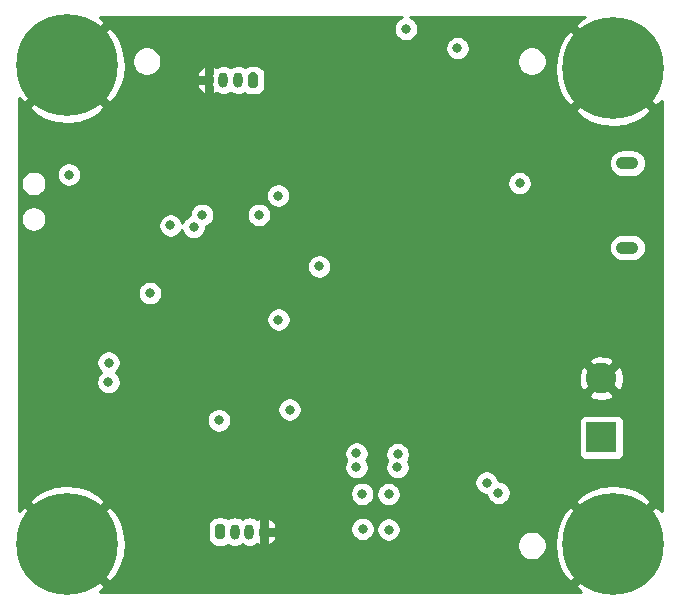
<source format=gbr>
G04 #@! TF.GenerationSoftware,KiCad,Pcbnew,(5.1.6)-1*
G04 #@! TF.CreationDate,2023-08-05T22:02:58+03:00*
G04 #@! TF.ProjectId,STM32F4_REV2,53544d33-3246-4345-9f52-4556322e6b69,rev?*
G04 #@! TF.SameCoordinates,Original*
G04 #@! TF.FileFunction,Copper,L2,Inr*
G04 #@! TF.FilePolarity,Positive*
%FSLAX46Y46*%
G04 Gerber Fmt 4.6, Leading zero omitted, Abs format (unit mm)*
G04 Created by KiCad (PCBNEW (5.1.6)-1) date 2023-08-05 22:02:58*
%MOMM*%
%LPD*%
G01*
G04 APERTURE LIST*
G04 #@! TA.AperFunction,ViaPad*
%ADD10O,1.900000X1.050000*%
G04 #@! TD*
G04 #@! TA.AperFunction,ViaPad*
%ADD11O,0.800000X1.300000*%
G04 #@! TD*
G04 #@! TA.AperFunction,ViaPad*
%ADD12C,2.600000*%
G04 #@! TD*
G04 #@! TA.AperFunction,ViaPad*
%ADD13R,2.600000X2.600000*%
G04 #@! TD*
G04 #@! TA.AperFunction,ViaPad*
%ADD14C,0.900000*%
G04 #@! TD*
G04 #@! TA.AperFunction,ViaPad*
%ADD15C,8.600000*%
G04 #@! TD*
G04 #@! TA.AperFunction,ViaPad*
%ADD16C,0.800000*%
G04 #@! TD*
G04 #@! TA.AperFunction,Conductor*
%ADD17C,0.254000*%
G04 #@! TD*
G04 APERTURE END LIST*
D10*
X158700000Y-67025000D03*
X158700000Y-74175000D03*
D11*
X127950000Y-98225000D03*
X126700000Y-98225000D03*
X125450000Y-98225000D03*
G04 #@! TA.AperFunction,ViaPad*
G36*
G01*
X123800000Y-98675000D02*
X123800000Y-97775000D01*
G75*
G02*
X124000000Y-97575000I200000J0D01*
G01*
X124400000Y-97575000D01*
G75*
G02*
X124600000Y-97775000I0J-200000D01*
G01*
X124600000Y-98675000D01*
G75*
G02*
X124400000Y-98875000I-200000J0D01*
G01*
X124000000Y-98875000D01*
G75*
G02*
X123800000Y-98675000I0J200000D01*
G01*
G37*
G04 #@! TD.AperFunction*
X123250000Y-60000000D03*
X124500000Y-60000000D03*
X125750000Y-60000000D03*
G04 #@! TA.AperFunction,ViaPad*
G36*
G01*
X127400000Y-59550000D02*
X127400000Y-60450000D01*
G75*
G02*
X127200000Y-60650000I-200000J0D01*
G01*
X126800000Y-60650000D01*
G75*
G02*
X126600000Y-60450000I0J200000D01*
G01*
X126600000Y-59550000D01*
G75*
G02*
X126800000Y-59350000I200000J0D01*
G01*
X127200000Y-59350000D01*
G75*
G02*
X127400000Y-59550000I0J-200000D01*
G01*
G37*
G04 #@! TD.AperFunction*
D12*
X156500000Y-85250000D03*
D13*
X156500000Y-90250000D03*
D14*
X159780419Y-96969581D03*
X157500000Y-96025000D03*
X155219581Y-96969581D03*
X154275000Y-99250000D03*
X155219581Y-101530419D03*
X157500000Y-102475000D03*
X159780419Y-101530419D03*
X160725000Y-99250000D03*
D15*
X157500000Y-99250000D03*
D14*
X113530419Y-56469581D03*
X111250000Y-55525000D03*
X108969581Y-56469581D03*
X108025000Y-58750000D03*
X108969581Y-61030419D03*
X111250000Y-61975000D03*
X113530419Y-61030419D03*
X114475000Y-58750000D03*
D15*
X111250000Y-58750000D03*
D14*
X113530419Y-96969581D03*
X111250000Y-96025000D03*
X108969581Y-96969581D03*
X108025000Y-99250000D03*
X108969581Y-101530419D03*
X111250000Y-102475000D03*
X113530419Y-101530419D03*
X114475000Y-99250000D03*
D15*
X111250000Y-99250000D03*
D14*
X159780419Y-56719581D03*
X157500000Y-55775000D03*
X155219581Y-56719581D03*
X154275000Y-59000000D03*
X155219581Y-61280419D03*
X157500000Y-62225000D03*
X159780419Y-61280419D03*
X160725000Y-59000000D03*
D15*
X157500000Y-59000000D03*
D16*
X134900000Y-55625000D03*
X117525000Y-73275000D03*
X111375000Y-72550000D03*
X123700000Y-73275000D03*
X115150000Y-76400000D03*
X113425000Y-82750000D03*
X116725000Y-81800000D03*
X118000000Y-81800000D03*
X117475000Y-85800000D03*
X121550000Y-88775000D03*
X131050000Y-89975000D03*
X141850000Y-84700000D03*
X132525000Y-87275000D03*
X131750000Y-74000000D03*
X134000000Y-75000000D03*
X144300000Y-59225000D03*
X154825000Y-69300000D03*
X153475000Y-69300000D03*
X153475000Y-67900000D03*
X154825000Y-67900000D03*
X141875000Y-86200000D03*
X146500000Y-87250000D03*
X148675000Y-87225000D03*
X149525000Y-88325000D03*
X150450000Y-89225000D03*
X148975000Y-83625000D03*
X148975000Y-81850000D03*
X151275000Y-91525000D03*
X152200000Y-92475000D03*
X141225000Y-94175000D03*
X141250000Y-95550000D03*
X141250000Y-97300000D03*
X141225000Y-98525000D03*
X144750000Y-92825000D03*
X144750000Y-93725000D03*
X144750000Y-90900000D03*
X117425000Y-76250000D03*
X116100000Y-78200000D03*
X111775000Y-80425000D03*
X137425000Y-55650000D03*
X138725000Y-55650000D03*
X139950000Y-55650000D03*
X127500000Y-71400000D03*
X122700000Y-71400000D03*
X120000000Y-72300000D03*
X111400000Y-68000000D03*
X144300000Y-57300000D03*
X130100000Y-87900000D03*
X124100000Y-88800000D03*
X114750000Y-85575000D03*
X114775000Y-83925000D03*
X118275000Y-78025000D03*
X121975000Y-72450000D03*
X132600000Y-75775000D03*
X135750000Y-91600000D03*
X135750000Y-92775000D03*
X139225000Y-92775000D03*
X139250000Y-91675000D03*
X136250000Y-95025000D03*
X138475000Y-95050000D03*
X136275000Y-98000000D03*
X138475000Y-98050000D03*
X146775000Y-94075000D03*
X147775000Y-94950000D03*
X129150000Y-80275000D03*
X129125000Y-69775000D03*
X149575000Y-68725000D03*
D17*
G36*
X139459744Y-54732795D02*
G01*
X139290226Y-54846063D01*
X139146063Y-54990226D01*
X139032795Y-55159744D01*
X138954774Y-55348102D01*
X138915000Y-55548061D01*
X138915000Y-55751939D01*
X138954774Y-55951898D01*
X139032795Y-56140256D01*
X139146063Y-56309774D01*
X139290226Y-56453937D01*
X139459744Y-56567205D01*
X139648102Y-56645226D01*
X139848061Y-56685000D01*
X140051939Y-56685000D01*
X140251898Y-56645226D01*
X140440256Y-56567205D01*
X140609774Y-56453937D01*
X140753937Y-56309774D01*
X140867205Y-56140256D01*
X140945226Y-55951898D01*
X140985000Y-55751939D01*
X140985000Y-55548061D01*
X140945226Y-55348102D01*
X140867205Y-55159744D01*
X140753937Y-54990226D01*
X140609774Y-54846063D01*
X140440256Y-54732795D01*
X140264515Y-54660000D01*
X155140191Y-54660000D01*
X154789527Y-54847433D01*
X154285693Y-55434968D01*
X157500000Y-58649275D01*
X157514143Y-58635133D01*
X157864868Y-58985858D01*
X157850725Y-59000000D01*
X161065032Y-62214307D01*
X161590000Y-61764127D01*
X161590001Y-96485874D01*
X161065032Y-96035693D01*
X157850725Y-99250000D01*
X157864868Y-99264143D01*
X157514143Y-99614868D01*
X157500000Y-99600725D01*
X154285693Y-102815032D01*
X154735873Y-103340000D01*
X114014127Y-103340000D01*
X114464307Y-102815032D01*
X111250000Y-99600725D01*
X111235858Y-99614868D01*
X110885133Y-99264143D01*
X110899275Y-99250000D01*
X111600725Y-99250000D01*
X114815032Y-102464307D01*
X115402567Y-101960473D01*
X115851564Y-101098265D01*
X116123724Y-100165031D01*
X116208591Y-99196632D01*
X116102901Y-98230284D01*
X115959423Y-97775000D01*
X123161928Y-97775000D01*
X123161928Y-98675000D01*
X123178031Y-98838500D01*
X123225722Y-98995716D01*
X123303169Y-99140608D01*
X123407394Y-99267606D01*
X123534392Y-99371831D01*
X123679284Y-99449278D01*
X123836500Y-99496969D01*
X124000000Y-99513072D01*
X124400000Y-99513072D01*
X124563500Y-99496969D01*
X124720716Y-99449278D01*
X124865608Y-99371831D01*
X124891894Y-99350259D01*
X125052008Y-99435841D01*
X125247106Y-99495024D01*
X125450000Y-99515007D01*
X125652895Y-99495024D01*
X125847993Y-99435841D01*
X126027797Y-99339734D01*
X126075000Y-99300995D01*
X126122204Y-99339734D01*
X126302008Y-99435841D01*
X126497106Y-99495024D01*
X126700000Y-99515007D01*
X126902895Y-99495024D01*
X127097993Y-99435841D01*
X127277797Y-99339734D01*
X127326707Y-99299595D01*
X127339885Y-99311351D01*
X127514772Y-99414308D01*
X127547860Y-99428682D01*
X127702000Y-99315423D01*
X127702000Y-98737310D01*
X127720024Y-98677894D01*
X127735000Y-98525837D01*
X127735000Y-98473000D01*
X128198000Y-98473000D01*
X128198000Y-99315423D01*
X128352140Y-99428682D01*
X128385228Y-99414308D01*
X128560115Y-99311351D01*
X128598744Y-99276890D01*
X149350048Y-99276890D01*
X149350048Y-99523110D01*
X149398083Y-99764598D01*
X149492307Y-99992074D01*
X149629099Y-100196798D01*
X149803202Y-100370901D01*
X150007926Y-100507693D01*
X150235402Y-100601917D01*
X150476890Y-100649952D01*
X150723110Y-100649952D01*
X150964598Y-100601917D01*
X151192074Y-100507693D01*
X151396798Y-100370901D01*
X151570901Y-100196798D01*
X151707693Y-99992074D01*
X151801917Y-99764598D01*
X151849952Y-99523110D01*
X151849952Y-99303368D01*
X152541409Y-99303368D01*
X152647099Y-100269716D01*
X152939284Y-101196876D01*
X153347433Y-101960473D01*
X153934968Y-102464307D01*
X157149275Y-99250000D01*
X153934968Y-96035693D01*
X153347433Y-96539527D01*
X152898436Y-97401735D01*
X152626276Y-98334969D01*
X152541409Y-99303368D01*
X151849952Y-99303368D01*
X151849952Y-99276890D01*
X151801917Y-99035402D01*
X151707693Y-98807926D01*
X151570901Y-98603202D01*
X151396798Y-98429099D01*
X151192074Y-98292307D01*
X150964598Y-98198083D01*
X150723110Y-98150048D01*
X150476890Y-98150048D01*
X150235402Y-98198083D01*
X150007926Y-98292307D01*
X149803202Y-98429099D01*
X149629099Y-98603202D01*
X149492307Y-98807926D01*
X149398083Y-99035402D01*
X149350048Y-99276890D01*
X128598744Y-99276890D01*
X128711556Y-99176253D01*
X128833731Y-99014206D01*
X128921944Y-98831438D01*
X128972806Y-98634972D01*
X128826489Y-98473000D01*
X128198000Y-98473000D01*
X127735000Y-98473000D01*
X127735000Y-97924162D01*
X127720024Y-97772105D01*
X127702000Y-97712689D01*
X127702000Y-97134577D01*
X128198000Y-97134577D01*
X128198000Y-97977000D01*
X128826489Y-97977000D01*
X128897798Y-97898061D01*
X135240000Y-97898061D01*
X135240000Y-98101939D01*
X135279774Y-98301898D01*
X135357795Y-98490256D01*
X135471063Y-98659774D01*
X135615226Y-98803937D01*
X135784744Y-98917205D01*
X135973102Y-98995226D01*
X136173061Y-99035000D01*
X136376939Y-99035000D01*
X136576898Y-98995226D01*
X136765256Y-98917205D01*
X136934774Y-98803937D01*
X137078937Y-98659774D01*
X137192205Y-98490256D01*
X137270226Y-98301898D01*
X137310000Y-98101939D01*
X137310000Y-97948061D01*
X137440000Y-97948061D01*
X137440000Y-98151939D01*
X137479774Y-98351898D01*
X137557795Y-98540256D01*
X137671063Y-98709774D01*
X137815226Y-98853937D01*
X137984744Y-98967205D01*
X138173102Y-99045226D01*
X138373061Y-99085000D01*
X138576939Y-99085000D01*
X138776898Y-99045226D01*
X138965256Y-98967205D01*
X139134774Y-98853937D01*
X139278937Y-98709774D01*
X139392205Y-98540256D01*
X139470226Y-98351898D01*
X139510000Y-98151939D01*
X139510000Y-97948061D01*
X139470226Y-97748102D01*
X139392205Y-97559744D01*
X139278937Y-97390226D01*
X139134774Y-97246063D01*
X138965256Y-97132795D01*
X138776898Y-97054774D01*
X138576939Y-97015000D01*
X138373061Y-97015000D01*
X138173102Y-97054774D01*
X137984744Y-97132795D01*
X137815226Y-97246063D01*
X137671063Y-97390226D01*
X137557795Y-97559744D01*
X137479774Y-97748102D01*
X137440000Y-97948061D01*
X137310000Y-97948061D01*
X137310000Y-97898061D01*
X137270226Y-97698102D01*
X137192205Y-97509744D01*
X137078937Y-97340226D01*
X136934774Y-97196063D01*
X136765256Y-97082795D01*
X136576898Y-97004774D01*
X136376939Y-96965000D01*
X136173061Y-96965000D01*
X135973102Y-97004774D01*
X135784744Y-97082795D01*
X135615226Y-97196063D01*
X135471063Y-97340226D01*
X135357795Y-97509744D01*
X135279774Y-97698102D01*
X135240000Y-97898061D01*
X128897798Y-97898061D01*
X128972806Y-97815028D01*
X128921944Y-97618562D01*
X128833731Y-97435794D01*
X128711556Y-97273747D01*
X128560115Y-97138649D01*
X128385228Y-97035692D01*
X128352140Y-97021318D01*
X128198000Y-97134577D01*
X127702000Y-97134577D01*
X127547860Y-97021318D01*
X127514772Y-97035692D01*
X127339885Y-97138649D01*
X127326707Y-97150405D01*
X127277797Y-97110266D01*
X127097992Y-97014159D01*
X126902894Y-96954976D01*
X126700000Y-96934993D01*
X126497105Y-96954976D01*
X126302007Y-97014159D01*
X126122203Y-97110266D01*
X126075000Y-97149004D01*
X126027797Y-97110266D01*
X125847992Y-97014159D01*
X125652894Y-96954976D01*
X125450000Y-96934993D01*
X125247105Y-96954976D01*
X125052007Y-97014159D01*
X124891894Y-97099741D01*
X124865608Y-97078169D01*
X124720716Y-97000722D01*
X124563500Y-96953031D01*
X124400000Y-96936928D01*
X124000000Y-96936928D01*
X123836500Y-96953031D01*
X123679284Y-97000722D01*
X123534392Y-97078169D01*
X123407394Y-97182394D01*
X123303169Y-97309392D01*
X123225722Y-97454284D01*
X123178031Y-97611500D01*
X123161928Y-97775000D01*
X115959423Y-97775000D01*
X115810716Y-97303124D01*
X115402567Y-96539527D01*
X114815032Y-96035693D01*
X111600725Y-99250000D01*
X110899275Y-99250000D01*
X107684968Y-96035693D01*
X107160000Y-96485873D01*
X107160000Y-95684968D01*
X108035693Y-95684968D01*
X111250000Y-98899275D01*
X114464307Y-95684968D01*
X113960473Y-95097433D01*
X113625627Y-94923061D01*
X135215000Y-94923061D01*
X135215000Y-95126939D01*
X135254774Y-95326898D01*
X135332795Y-95515256D01*
X135446063Y-95684774D01*
X135590226Y-95828937D01*
X135759744Y-95942205D01*
X135948102Y-96020226D01*
X136148061Y-96060000D01*
X136351939Y-96060000D01*
X136551898Y-96020226D01*
X136740256Y-95942205D01*
X136909774Y-95828937D01*
X137053937Y-95684774D01*
X137167205Y-95515256D01*
X137245226Y-95326898D01*
X137285000Y-95126939D01*
X137285000Y-94948061D01*
X137440000Y-94948061D01*
X137440000Y-95151939D01*
X137479774Y-95351898D01*
X137557795Y-95540256D01*
X137671063Y-95709774D01*
X137815226Y-95853937D01*
X137984744Y-95967205D01*
X138173102Y-96045226D01*
X138373061Y-96085000D01*
X138576939Y-96085000D01*
X138776898Y-96045226D01*
X138965256Y-95967205D01*
X139134774Y-95853937D01*
X139278937Y-95709774D01*
X139392205Y-95540256D01*
X139470226Y-95351898D01*
X139510000Y-95151939D01*
X139510000Y-94948061D01*
X139470226Y-94748102D01*
X139392205Y-94559744D01*
X139278937Y-94390226D01*
X139134774Y-94246063D01*
X138965256Y-94132795D01*
X138776898Y-94054774D01*
X138576939Y-94015000D01*
X138373061Y-94015000D01*
X138173102Y-94054774D01*
X137984744Y-94132795D01*
X137815226Y-94246063D01*
X137671063Y-94390226D01*
X137557795Y-94559744D01*
X137479774Y-94748102D01*
X137440000Y-94948061D01*
X137285000Y-94948061D01*
X137285000Y-94923061D01*
X137245226Y-94723102D01*
X137167205Y-94534744D01*
X137053937Y-94365226D01*
X136909774Y-94221063D01*
X136740256Y-94107795D01*
X136551898Y-94029774D01*
X136351939Y-93990000D01*
X136148061Y-93990000D01*
X135948102Y-94029774D01*
X135759744Y-94107795D01*
X135590226Y-94221063D01*
X135446063Y-94365226D01*
X135332795Y-94534744D01*
X135254774Y-94723102D01*
X135215000Y-94923061D01*
X113625627Y-94923061D01*
X113098265Y-94648436D01*
X112165031Y-94376276D01*
X111196632Y-94291409D01*
X110230284Y-94397099D01*
X109303124Y-94689284D01*
X108539527Y-95097433D01*
X108035693Y-95684968D01*
X107160000Y-95684968D01*
X107160000Y-93973061D01*
X145740000Y-93973061D01*
X145740000Y-94176939D01*
X145779774Y-94376898D01*
X145857795Y-94565256D01*
X145971063Y-94734774D01*
X146115226Y-94878937D01*
X146284744Y-94992205D01*
X146473102Y-95070226D01*
X146673061Y-95110000D01*
X146751549Y-95110000D01*
X146779774Y-95251898D01*
X146857795Y-95440256D01*
X146971063Y-95609774D01*
X147115226Y-95753937D01*
X147284744Y-95867205D01*
X147473102Y-95945226D01*
X147673061Y-95985000D01*
X147876939Y-95985000D01*
X148076898Y-95945226D01*
X148265256Y-95867205D01*
X148434774Y-95753937D01*
X148503743Y-95684968D01*
X154285693Y-95684968D01*
X157500000Y-98899275D01*
X160714307Y-95684968D01*
X160210473Y-95097433D01*
X159348265Y-94648436D01*
X158415031Y-94376276D01*
X157446632Y-94291409D01*
X156480284Y-94397099D01*
X155553124Y-94689284D01*
X154789527Y-95097433D01*
X154285693Y-95684968D01*
X148503743Y-95684968D01*
X148578937Y-95609774D01*
X148692205Y-95440256D01*
X148770226Y-95251898D01*
X148810000Y-95051939D01*
X148810000Y-94848061D01*
X148770226Y-94648102D01*
X148692205Y-94459744D01*
X148578937Y-94290226D01*
X148434774Y-94146063D01*
X148265256Y-94032795D01*
X148076898Y-93954774D01*
X147876939Y-93915000D01*
X147798451Y-93915000D01*
X147770226Y-93773102D01*
X147692205Y-93584744D01*
X147578937Y-93415226D01*
X147434774Y-93271063D01*
X147265256Y-93157795D01*
X147076898Y-93079774D01*
X146876939Y-93040000D01*
X146673061Y-93040000D01*
X146473102Y-93079774D01*
X146284744Y-93157795D01*
X146115226Y-93271063D01*
X145971063Y-93415226D01*
X145857795Y-93584744D01*
X145779774Y-93773102D01*
X145740000Y-93973061D01*
X107160000Y-93973061D01*
X107160000Y-91498061D01*
X134715000Y-91498061D01*
X134715000Y-91701939D01*
X134754774Y-91901898D01*
X134832795Y-92090256D01*
X134897771Y-92187500D01*
X134832795Y-92284744D01*
X134754774Y-92473102D01*
X134715000Y-92673061D01*
X134715000Y-92876939D01*
X134754774Y-93076898D01*
X134832795Y-93265256D01*
X134946063Y-93434774D01*
X135090226Y-93578937D01*
X135259744Y-93692205D01*
X135448102Y-93770226D01*
X135648061Y-93810000D01*
X135851939Y-93810000D01*
X136051898Y-93770226D01*
X136240256Y-93692205D01*
X136409774Y-93578937D01*
X136553937Y-93434774D01*
X136667205Y-93265256D01*
X136745226Y-93076898D01*
X136785000Y-92876939D01*
X136785000Y-92673061D01*
X138190000Y-92673061D01*
X138190000Y-92876939D01*
X138229774Y-93076898D01*
X138307795Y-93265256D01*
X138421063Y-93434774D01*
X138565226Y-93578937D01*
X138734744Y-93692205D01*
X138923102Y-93770226D01*
X139123061Y-93810000D01*
X139326939Y-93810000D01*
X139526898Y-93770226D01*
X139715256Y-93692205D01*
X139884774Y-93578937D01*
X140028937Y-93434774D01*
X140142205Y-93265256D01*
X140220226Y-93076898D01*
X140260000Y-92876939D01*
X140260000Y-92673061D01*
X140220226Y-92473102D01*
X140142205Y-92284744D01*
X140114785Y-92243708D01*
X140167205Y-92165256D01*
X140245226Y-91976898D01*
X140285000Y-91776939D01*
X140285000Y-91573061D01*
X140245226Y-91373102D01*
X140167205Y-91184744D01*
X140053937Y-91015226D01*
X139909774Y-90871063D01*
X139740256Y-90757795D01*
X139551898Y-90679774D01*
X139351939Y-90640000D01*
X139148061Y-90640000D01*
X138948102Y-90679774D01*
X138759744Y-90757795D01*
X138590226Y-90871063D01*
X138446063Y-91015226D01*
X138332795Y-91184744D01*
X138254774Y-91373102D01*
X138215000Y-91573061D01*
X138215000Y-91776939D01*
X138254774Y-91976898D01*
X138332795Y-92165256D01*
X138360215Y-92206292D01*
X138307795Y-92284744D01*
X138229774Y-92473102D01*
X138190000Y-92673061D01*
X136785000Y-92673061D01*
X136745226Y-92473102D01*
X136667205Y-92284744D01*
X136602229Y-92187500D01*
X136667205Y-92090256D01*
X136745226Y-91901898D01*
X136785000Y-91701939D01*
X136785000Y-91498061D01*
X136745226Y-91298102D01*
X136667205Y-91109744D01*
X136553937Y-90940226D01*
X136409774Y-90796063D01*
X136240256Y-90682795D01*
X136051898Y-90604774D01*
X135851939Y-90565000D01*
X135648061Y-90565000D01*
X135448102Y-90604774D01*
X135259744Y-90682795D01*
X135090226Y-90796063D01*
X134946063Y-90940226D01*
X134832795Y-91109744D01*
X134754774Y-91298102D01*
X134715000Y-91498061D01*
X107160000Y-91498061D01*
X107160000Y-88698061D01*
X123065000Y-88698061D01*
X123065000Y-88901939D01*
X123104774Y-89101898D01*
X123182795Y-89290256D01*
X123296063Y-89459774D01*
X123440226Y-89603937D01*
X123609744Y-89717205D01*
X123798102Y-89795226D01*
X123998061Y-89835000D01*
X124201939Y-89835000D01*
X124401898Y-89795226D01*
X124590256Y-89717205D01*
X124759774Y-89603937D01*
X124903937Y-89459774D01*
X125017205Y-89290256D01*
X125095226Y-89101898D01*
X125125440Y-88950000D01*
X154561928Y-88950000D01*
X154561928Y-91550000D01*
X154574188Y-91674482D01*
X154610498Y-91794180D01*
X154669463Y-91904494D01*
X154748815Y-92001185D01*
X154845506Y-92080537D01*
X154955820Y-92139502D01*
X155075518Y-92175812D01*
X155200000Y-92188072D01*
X157800000Y-92188072D01*
X157924482Y-92175812D01*
X158044180Y-92139502D01*
X158154494Y-92080537D01*
X158251185Y-92001185D01*
X158330537Y-91904494D01*
X158389502Y-91794180D01*
X158425812Y-91674482D01*
X158438072Y-91550000D01*
X158438072Y-88950000D01*
X158425812Y-88825518D01*
X158389502Y-88705820D01*
X158330537Y-88595506D01*
X158251185Y-88498815D01*
X158154494Y-88419463D01*
X158044180Y-88360498D01*
X157924482Y-88324188D01*
X157800000Y-88311928D01*
X155200000Y-88311928D01*
X155075518Y-88324188D01*
X154955820Y-88360498D01*
X154845506Y-88419463D01*
X154748815Y-88498815D01*
X154669463Y-88595506D01*
X154610498Y-88705820D01*
X154574188Y-88825518D01*
X154561928Y-88950000D01*
X125125440Y-88950000D01*
X125135000Y-88901939D01*
X125135000Y-88698061D01*
X125095226Y-88498102D01*
X125017205Y-88309744D01*
X124903937Y-88140226D01*
X124759774Y-87996063D01*
X124590256Y-87882795D01*
X124401898Y-87804774D01*
X124368150Y-87798061D01*
X129065000Y-87798061D01*
X129065000Y-88001939D01*
X129104774Y-88201898D01*
X129182795Y-88390256D01*
X129296063Y-88559774D01*
X129440226Y-88703937D01*
X129609744Y-88817205D01*
X129798102Y-88895226D01*
X129998061Y-88935000D01*
X130201939Y-88935000D01*
X130401898Y-88895226D01*
X130590256Y-88817205D01*
X130759774Y-88703937D01*
X130903937Y-88559774D01*
X131017205Y-88390256D01*
X131095226Y-88201898D01*
X131135000Y-88001939D01*
X131135000Y-87798061D01*
X131095226Y-87598102D01*
X131017205Y-87409744D01*
X130903937Y-87240226D01*
X130759774Y-87096063D01*
X130590256Y-86982795D01*
X130401898Y-86904774D01*
X130201939Y-86865000D01*
X129998061Y-86865000D01*
X129798102Y-86904774D01*
X129609744Y-86982795D01*
X129440226Y-87096063D01*
X129296063Y-87240226D01*
X129182795Y-87409744D01*
X129104774Y-87598102D01*
X129065000Y-87798061D01*
X124368150Y-87798061D01*
X124201939Y-87765000D01*
X123998061Y-87765000D01*
X123798102Y-87804774D01*
X123609744Y-87882795D01*
X123440226Y-87996063D01*
X123296063Y-88140226D01*
X123182795Y-88309744D01*
X123104774Y-88498102D01*
X123065000Y-88698061D01*
X107160000Y-88698061D01*
X107160000Y-86675744D01*
X155424981Y-86675744D01*
X155567103Y-86955945D01*
X155917842Y-87105165D01*
X156290953Y-87183092D01*
X156672097Y-87186732D01*
X157046627Y-87115943D01*
X157400152Y-86973448D01*
X157432897Y-86955945D01*
X157575019Y-86675744D01*
X156500000Y-85600725D01*
X155424981Y-86675744D01*
X107160000Y-86675744D01*
X107160000Y-85473061D01*
X113715000Y-85473061D01*
X113715000Y-85676939D01*
X113754774Y-85876898D01*
X113832795Y-86065256D01*
X113946063Y-86234774D01*
X114090226Y-86378937D01*
X114259744Y-86492205D01*
X114448102Y-86570226D01*
X114648061Y-86610000D01*
X114851939Y-86610000D01*
X115051898Y-86570226D01*
X115240256Y-86492205D01*
X115409774Y-86378937D01*
X115553937Y-86234774D01*
X115667205Y-86065256D01*
X115745226Y-85876898D01*
X115785000Y-85676939D01*
X115785000Y-85473061D01*
X115774863Y-85422097D01*
X154563268Y-85422097D01*
X154634057Y-85796627D01*
X154776552Y-86150152D01*
X154794055Y-86182897D01*
X155074256Y-86325019D01*
X156149275Y-85250000D01*
X156850725Y-85250000D01*
X157925744Y-86325019D01*
X158205945Y-86182897D01*
X158355165Y-85832158D01*
X158433092Y-85459047D01*
X158436732Y-85077903D01*
X158365943Y-84703373D01*
X158223448Y-84349848D01*
X158205945Y-84317103D01*
X157925744Y-84174981D01*
X156850725Y-85250000D01*
X156149275Y-85250000D01*
X155074256Y-84174981D01*
X154794055Y-84317103D01*
X154644835Y-84667842D01*
X154566908Y-85040953D01*
X154563268Y-85422097D01*
X115774863Y-85422097D01*
X115745226Y-85273102D01*
X115667205Y-85084744D01*
X115553937Y-84915226D01*
X115409774Y-84771063D01*
X115390751Y-84758352D01*
X115434774Y-84728937D01*
X115578937Y-84584774D01*
X115692205Y-84415256D01*
X115770226Y-84226898D01*
X115810000Y-84026939D01*
X115810000Y-83824256D01*
X155424981Y-83824256D01*
X156500000Y-84899275D01*
X157575019Y-83824256D01*
X157432897Y-83544055D01*
X157082158Y-83394835D01*
X156709047Y-83316908D01*
X156327903Y-83313268D01*
X155953373Y-83384057D01*
X155599848Y-83526552D01*
X155567103Y-83544055D01*
X155424981Y-83824256D01*
X115810000Y-83824256D01*
X115810000Y-83823061D01*
X115770226Y-83623102D01*
X115692205Y-83434744D01*
X115578937Y-83265226D01*
X115434774Y-83121063D01*
X115265256Y-83007795D01*
X115076898Y-82929774D01*
X114876939Y-82890000D01*
X114673061Y-82890000D01*
X114473102Y-82929774D01*
X114284744Y-83007795D01*
X114115226Y-83121063D01*
X113971063Y-83265226D01*
X113857795Y-83434744D01*
X113779774Y-83623102D01*
X113740000Y-83823061D01*
X113740000Y-84026939D01*
X113779774Y-84226898D01*
X113857795Y-84415256D01*
X113971063Y-84584774D01*
X114115226Y-84728937D01*
X114134249Y-84741648D01*
X114090226Y-84771063D01*
X113946063Y-84915226D01*
X113832795Y-85084744D01*
X113754774Y-85273102D01*
X113715000Y-85473061D01*
X107160000Y-85473061D01*
X107160000Y-80173061D01*
X128115000Y-80173061D01*
X128115000Y-80376939D01*
X128154774Y-80576898D01*
X128232795Y-80765256D01*
X128346063Y-80934774D01*
X128490226Y-81078937D01*
X128659744Y-81192205D01*
X128848102Y-81270226D01*
X129048061Y-81310000D01*
X129251939Y-81310000D01*
X129451898Y-81270226D01*
X129640256Y-81192205D01*
X129809774Y-81078937D01*
X129953937Y-80934774D01*
X130067205Y-80765256D01*
X130145226Y-80576898D01*
X130185000Y-80376939D01*
X130185000Y-80173061D01*
X130145226Y-79973102D01*
X130067205Y-79784744D01*
X129953937Y-79615226D01*
X129809774Y-79471063D01*
X129640256Y-79357795D01*
X129451898Y-79279774D01*
X129251939Y-79240000D01*
X129048061Y-79240000D01*
X128848102Y-79279774D01*
X128659744Y-79357795D01*
X128490226Y-79471063D01*
X128346063Y-79615226D01*
X128232795Y-79784744D01*
X128154774Y-79973102D01*
X128115000Y-80173061D01*
X107160000Y-80173061D01*
X107160000Y-77923061D01*
X117240000Y-77923061D01*
X117240000Y-78126939D01*
X117279774Y-78326898D01*
X117357795Y-78515256D01*
X117471063Y-78684774D01*
X117615226Y-78828937D01*
X117784744Y-78942205D01*
X117973102Y-79020226D01*
X118173061Y-79060000D01*
X118376939Y-79060000D01*
X118576898Y-79020226D01*
X118765256Y-78942205D01*
X118934774Y-78828937D01*
X119078937Y-78684774D01*
X119192205Y-78515256D01*
X119270226Y-78326898D01*
X119310000Y-78126939D01*
X119310000Y-77923061D01*
X119270226Y-77723102D01*
X119192205Y-77534744D01*
X119078937Y-77365226D01*
X118934774Y-77221063D01*
X118765256Y-77107795D01*
X118576898Y-77029774D01*
X118376939Y-76990000D01*
X118173061Y-76990000D01*
X117973102Y-77029774D01*
X117784744Y-77107795D01*
X117615226Y-77221063D01*
X117471063Y-77365226D01*
X117357795Y-77534744D01*
X117279774Y-77723102D01*
X117240000Y-77923061D01*
X107160000Y-77923061D01*
X107160000Y-75673061D01*
X131565000Y-75673061D01*
X131565000Y-75876939D01*
X131604774Y-76076898D01*
X131682795Y-76265256D01*
X131796063Y-76434774D01*
X131940226Y-76578937D01*
X132109744Y-76692205D01*
X132298102Y-76770226D01*
X132498061Y-76810000D01*
X132701939Y-76810000D01*
X132901898Y-76770226D01*
X133090256Y-76692205D01*
X133259774Y-76578937D01*
X133403937Y-76434774D01*
X133517205Y-76265256D01*
X133595226Y-76076898D01*
X133635000Y-75876939D01*
X133635000Y-75673061D01*
X133595226Y-75473102D01*
X133517205Y-75284744D01*
X133403937Y-75115226D01*
X133259774Y-74971063D01*
X133090256Y-74857795D01*
X132901898Y-74779774D01*
X132701939Y-74740000D01*
X132498061Y-74740000D01*
X132298102Y-74779774D01*
X132109744Y-74857795D01*
X131940226Y-74971063D01*
X131796063Y-75115226D01*
X131682795Y-75284744D01*
X131604774Y-75473102D01*
X131565000Y-75673061D01*
X107160000Y-75673061D01*
X107160000Y-74175000D01*
X157109388Y-74175000D01*
X157131785Y-74402400D01*
X157198115Y-74621060D01*
X157305829Y-74822579D01*
X157450788Y-74999212D01*
X157627421Y-75144171D01*
X157828940Y-75251885D01*
X158047600Y-75318215D01*
X158218021Y-75335000D01*
X159181979Y-75335000D01*
X159352400Y-75318215D01*
X159571060Y-75251885D01*
X159772579Y-75144171D01*
X159949212Y-74999212D01*
X160094171Y-74822579D01*
X160201885Y-74621060D01*
X160268215Y-74402400D01*
X160290612Y-74175000D01*
X160268215Y-73947600D01*
X160201885Y-73728940D01*
X160094171Y-73527421D01*
X159949212Y-73350788D01*
X159772579Y-73205829D01*
X159571060Y-73098115D01*
X159352400Y-73031785D01*
X159181979Y-73015000D01*
X158218021Y-73015000D01*
X158047600Y-73031785D01*
X157828940Y-73098115D01*
X157627421Y-73205829D01*
X157450788Y-73350788D01*
X157305829Y-73527421D01*
X157198115Y-73728940D01*
X157131785Y-73947600D01*
X157109388Y-74175000D01*
X107160000Y-74175000D01*
X107160000Y-71643137D01*
X107335000Y-71643137D01*
X107335000Y-71856863D01*
X107376696Y-72066483D01*
X107458485Y-72263940D01*
X107577225Y-72441647D01*
X107728353Y-72592775D01*
X107906060Y-72711515D01*
X108103517Y-72793304D01*
X108313137Y-72835000D01*
X108526863Y-72835000D01*
X108736483Y-72793304D01*
X108933940Y-72711515D01*
X109111647Y-72592775D01*
X109262775Y-72441647D01*
X109381515Y-72263940D01*
X109408802Y-72198061D01*
X118965000Y-72198061D01*
X118965000Y-72401939D01*
X119004774Y-72601898D01*
X119082795Y-72790256D01*
X119196063Y-72959774D01*
X119340226Y-73103937D01*
X119509744Y-73217205D01*
X119698102Y-73295226D01*
X119898061Y-73335000D01*
X120101939Y-73335000D01*
X120301898Y-73295226D01*
X120490256Y-73217205D01*
X120659774Y-73103937D01*
X120803937Y-72959774D01*
X120917205Y-72790256D01*
X120964630Y-72675763D01*
X120979774Y-72751898D01*
X121057795Y-72940256D01*
X121171063Y-73109774D01*
X121315226Y-73253937D01*
X121484744Y-73367205D01*
X121673102Y-73445226D01*
X121873061Y-73485000D01*
X122076939Y-73485000D01*
X122276898Y-73445226D01*
X122465256Y-73367205D01*
X122634774Y-73253937D01*
X122778937Y-73109774D01*
X122892205Y-72940256D01*
X122970226Y-72751898D01*
X123010000Y-72551939D01*
X123010000Y-72391870D01*
X123190256Y-72317205D01*
X123359774Y-72203937D01*
X123503937Y-72059774D01*
X123617205Y-71890256D01*
X123695226Y-71701898D01*
X123735000Y-71501939D01*
X123735000Y-71298061D01*
X126465000Y-71298061D01*
X126465000Y-71501939D01*
X126504774Y-71701898D01*
X126582795Y-71890256D01*
X126696063Y-72059774D01*
X126840226Y-72203937D01*
X127009744Y-72317205D01*
X127198102Y-72395226D01*
X127398061Y-72435000D01*
X127601939Y-72435000D01*
X127801898Y-72395226D01*
X127990256Y-72317205D01*
X128159774Y-72203937D01*
X128303937Y-72059774D01*
X128417205Y-71890256D01*
X128495226Y-71701898D01*
X128535000Y-71501939D01*
X128535000Y-71298061D01*
X128495226Y-71098102D01*
X128417205Y-70909744D01*
X128303937Y-70740226D01*
X128159774Y-70596063D01*
X127990256Y-70482795D01*
X127801898Y-70404774D01*
X127601939Y-70365000D01*
X127398061Y-70365000D01*
X127198102Y-70404774D01*
X127009744Y-70482795D01*
X126840226Y-70596063D01*
X126696063Y-70740226D01*
X126582795Y-70909744D01*
X126504774Y-71098102D01*
X126465000Y-71298061D01*
X123735000Y-71298061D01*
X123695226Y-71098102D01*
X123617205Y-70909744D01*
X123503937Y-70740226D01*
X123359774Y-70596063D01*
X123190256Y-70482795D01*
X123001898Y-70404774D01*
X122801939Y-70365000D01*
X122598061Y-70365000D01*
X122398102Y-70404774D01*
X122209744Y-70482795D01*
X122040226Y-70596063D01*
X121896063Y-70740226D01*
X121782795Y-70909744D01*
X121704774Y-71098102D01*
X121665000Y-71298061D01*
X121665000Y-71458130D01*
X121484744Y-71532795D01*
X121315226Y-71646063D01*
X121171063Y-71790226D01*
X121057795Y-71959744D01*
X121010370Y-72074237D01*
X120995226Y-71998102D01*
X120917205Y-71809744D01*
X120803937Y-71640226D01*
X120659774Y-71496063D01*
X120490256Y-71382795D01*
X120301898Y-71304774D01*
X120101939Y-71265000D01*
X119898061Y-71265000D01*
X119698102Y-71304774D01*
X119509744Y-71382795D01*
X119340226Y-71496063D01*
X119196063Y-71640226D01*
X119082795Y-71809744D01*
X119004774Y-71998102D01*
X118965000Y-72198061D01*
X109408802Y-72198061D01*
X109463304Y-72066483D01*
X109505000Y-71856863D01*
X109505000Y-71643137D01*
X109463304Y-71433517D01*
X109381515Y-71236060D01*
X109262775Y-71058353D01*
X109111647Y-70907225D01*
X108933940Y-70788485D01*
X108736483Y-70706696D01*
X108526863Y-70665000D01*
X108313137Y-70665000D01*
X108103517Y-70706696D01*
X107906060Y-70788485D01*
X107728353Y-70907225D01*
X107577225Y-71058353D01*
X107458485Y-71236060D01*
X107376696Y-71433517D01*
X107335000Y-71643137D01*
X107160000Y-71643137D01*
X107160000Y-68643137D01*
X107335000Y-68643137D01*
X107335000Y-68856863D01*
X107376696Y-69066483D01*
X107458485Y-69263940D01*
X107577225Y-69441647D01*
X107728353Y-69592775D01*
X107906060Y-69711515D01*
X108103517Y-69793304D01*
X108313137Y-69835000D01*
X108526863Y-69835000D01*
X108736483Y-69793304D01*
X108933940Y-69711515D01*
X108991490Y-69673061D01*
X128090000Y-69673061D01*
X128090000Y-69876939D01*
X128129774Y-70076898D01*
X128207795Y-70265256D01*
X128321063Y-70434774D01*
X128465226Y-70578937D01*
X128634744Y-70692205D01*
X128823102Y-70770226D01*
X129023061Y-70810000D01*
X129226939Y-70810000D01*
X129426898Y-70770226D01*
X129615256Y-70692205D01*
X129784774Y-70578937D01*
X129928937Y-70434774D01*
X130042205Y-70265256D01*
X130120226Y-70076898D01*
X130160000Y-69876939D01*
X130160000Y-69673061D01*
X130120226Y-69473102D01*
X130042205Y-69284744D01*
X129928937Y-69115226D01*
X129784774Y-68971063D01*
X129615256Y-68857795D01*
X129426898Y-68779774D01*
X129226939Y-68740000D01*
X129023061Y-68740000D01*
X128823102Y-68779774D01*
X128634744Y-68857795D01*
X128465226Y-68971063D01*
X128321063Y-69115226D01*
X128207795Y-69284744D01*
X128129774Y-69473102D01*
X128090000Y-69673061D01*
X108991490Y-69673061D01*
X109111647Y-69592775D01*
X109262775Y-69441647D01*
X109381515Y-69263940D01*
X109463304Y-69066483D01*
X109505000Y-68856863D01*
X109505000Y-68643137D01*
X109463304Y-68433517D01*
X109381515Y-68236060D01*
X109262775Y-68058353D01*
X109111647Y-67907225D01*
X109097933Y-67898061D01*
X110365000Y-67898061D01*
X110365000Y-68101939D01*
X110404774Y-68301898D01*
X110482795Y-68490256D01*
X110596063Y-68659774D01*
X110740226Y-68803937D01*
X110909744Y-68917205D01*
X111098102Y-68995226D01*
X111298061Y-69035000D01*
X111501939Y-69035000D01*
X111701898Y-68995226D01*
X111890256Y-68917205D01*
X112059774Y-68803937D01*
X112203937Y-68659774D01*
X112228467Y-68623061D01*
X148540000Y-68623061D01*
X148540000Y-68826939D01*
X148579774Y-69026898D01*
X148657795Y-69215256D01*
X148771063Y-69384774D01*
X148915226Y-69528937D01*
X149084744Y-69642205D01*
X149273102Y-69720226D01*
X149473061Y-69760000D01*
X149676939Y-69760000D01*
X149876898Y-69720226D01*
X150065256Y-69642205D01*
X150234774Y-69528937D01*
X150378937Y-69384774D01*
X150492205Y-69215256D01*
X150570226Y-69026898D01*
X150610000Y-68826939D01*
X150610000Y-68623061D01*
X150570226Y-68423102D01*
X150492205Y-68234744D01*
X150378937Y-68065226D01*
X150234774Y-67921063D01*
X150065256Y-67807795D01*
X149876898Y-67729774D01*
X149676939Y-67690000D01*
X149473061Y-67690000D01*
X149273102Y-67729774D01*
X149084744Y-67807795D01*
X148915226Y-67921063D01*
X148771063Y-68065226D01*
X148657795Y-68234744D01*
X148579774Y-68423102D01*
X148540000Y-68623061D01*
X112228467Y-68623061D01*
X112317205Y-68490256D01*
X112395226Y-68301898D01*
X112435000Y-68101939D01*
X112435000Y-67898061D01*
X112395226Y-67698102D01*
X112317205Y-67509744D01*
X112203937Y-67340226D01*
X112059774Y-67196063D01*
X111890256Y-67082795D01*
X111750728Y-67025000D01*
X157109388Y-67025000D01*
X157131785Y-67252400D01*
X157198115Y-67471060D01*
X157305829Y-67672579D01*
X157450788Y-67849212D01*
X157627421Y-67994171D01*
X157828940Y-68101885D01*
X158047600Y-68168215D01*
X158218021Y-68185000D01*
X159181979Y-68185000D01*
X159352400Y-68168215D01*
X159571060Y-68101885D01*
X159772579Y-67994171D01*
X159949212Y-67849212D01*
X160094171Y-67672579D01*
X160201885Y-67471060D01*
X160268215Y-67252400D01*
X160290612Y-67025000D01*
X160268215Y-66797600D01*
X160201885Y-66578940D01*
X160094171Y-66377421D01*
X159949212Y-66200788D01*
X159772579Y-66055829D01*
X159571060Y-65948115D01*
X159352400Y-65881785D01*
X159181979Y-65865000D01*
X158218021Y-65865000D01*
X158047600Y-65881785D01*
X157828940Y-65948115D01*
X157627421Y-66055829D01*
X157450788Y-66200788D01*
X157305829Y-66377421D01*
X157198115Y-66578940D01*
X157131785Y-66797600D01*
X157109388Y-67025000D01*
X111750728Y-67025000D01*
X111701898Y-67004774D01*
X111501939Y-66965000D01*
X111298061Y-66965000D01*
X111098102Y-67004774D01*
X110909744Y-67082795D01*
X110740226Y-67196063D01*
X110596063Y-67340226D01*
X110482795Y-67509744D01*
X110404774Y-67698102D01*
X110365000Y-67898061D01*
X109097933Y-67898061D01*
X108933940Y-67788485D01*
X108736483Y-67706696D01*
X108526863Y-67665000D01*
X108313137Y-67665000D01*
X108103517Y-67706696D01*
X107906060Y-67788485D01*
X107728353Y-67907225D01*
X107577225Y-68058353D01*
X107458485Y-68236060D01*
X107376696Y-68433517D01*
X107335000Y-68643137D01*
X107160000Y-68643137D01*
X107160000Y-62315032D01*
X108035693Y-62315032D01*
X108539527Y-62902567D01*
X109401735Y-63351564D01*
X110334969Y-63623724D01*
X111303368Y-63708591D01*
X112269716Y-63602901D01*
X113196876Y-63310716D01*
X113960473Y-62902567D01*
X114249922Y-62565032D01*
X154285693Y-62565032D01*
X154789527Y-63152567D01*
X155651735Y-63601564D01*
X156584969Y-63873724D01*
X157553368Y-63958591D01*
X158519716Y-63852901D01*
X159446876Y-63560716D01*
X160210473Y-63152567D01*
X160714307Y-62565032D01*
X157500000Y-59350725D01*
X154285693Y-62565032D01*
X114249922Y-62565032D01*
X114464307Y-62315032D01*
X111250000Y-59100725D01*
X108035693Y-62315032D01*
X107160000Y-62315032D01*
X107160000Y-61514127D01*
X107684968Y-61964307D01*
X110899275Y-58750000D01*
X111600725Y-58750000D01*
X114815032Y-61964307D01*
X115402567Y-61460473D01*
X115851564Y-60598265D01*
X115906476Y-60409972D01*
X122227194Y-60409972D01*
X122278056Y-60606438D01*
X122366269Y-60789206D01*
X122488444Y-60951253D01*
X122639885Y-61086351D01*
X122814772Y-61189308D01*
X122847860Y-61203682D01*
X123002000Y-61090423D01*
X123002000Y-60248000D01*
X122373511Y-60248000D01*
X122227194Y-60409972D01*
X115906476Y-60409972D01*
X116123724Y-59665031D01*
X116208591Y-58696632D01*
X116162684Y-58276890D01*
X116750048Y-58276890D01*
X116750048Y-58523110D01*
X116798083Y-58764598D01*
X116892307Y-58992074D01*
X117029099Y-59196798D01*
X117203202Y-59370901D01*
X117407926Y-59507693D01*
X117635402Y-59601917D01*
X117876890Y-59649952D01*
X118123110Y-59649952D01*
X118364598Y-59601917D01*
X118393300Y-59590028D01*
X122227194Y-59590028D01*
X122373511Y-59752000D01*
X123002000Y-59752000D01*
X123002000Y-59699162D01*
X123465000Y-59699162D01*
X123465000Y-60300837D01*
X123479976Y-60452894D01*
X123498000Y-60512310D01*
X123498000Y-61090423D01*
X123652140Y-61203682D01*
X123685228Y-61189308D01*
X123860115Y-61086351D01*
X123873293Y-61074595D01*
X123922203Y-61114734D01*
X124102007Y-61210841D01*
X124297105Y-61270024D01*
X124500000Y-61290007D01*
X124702894Y-61270024D01*
X124897992Y-61210841D01*
X125077797Y-61114734D01*
X125125000Y-61075996D01*
X125172203Y-61114734D01*
X125352007Y-61210841D01*
X125547105Y-61270024D01*
X125750000Y-61290007D01*
X125952894Y-61270024D01*
X126147992Y-61210841D01*
X126308106Y-61125259D01*
X126334392Y-61146831D01*
X126479284Y-61224278D01*
X126636500Y-61271969D01*
X126800000Y-61288072D01*
X127200000Y-61288072D01*
X127363500Y-61271969D01*
X127520716Y-61224278D01*
X127665608Y-61146831D01*
X127792606Y-61042606D01*
X127896831Y-60915608D01*
X127974278Y-60770716D01*
X128021969Y-60613500D01*
X128038072Y-60450000D01*
X128038072Y-59550000D01*
X128021969Y-59386500D01*
X127974278Y-59229284D01*
X127896831Y-59084392D01*
X127792606Y-58957394D01*
X127665608Y-58853169D01*
X127520716Y-58775722D01*
X127363500Y-58728031D01*
X127200000Y-58711928D01*
X126800000Y-58711928D01*
X126636500Y-58728031D01*
X126479284Y-58775722D01*
X126334392Y-58853169D01*
X126308106Y-58874741D01*
X126147993Y-58789159D01*
X125952895Y-58729976D01*
X125750000Y-58709993D01*
X125547106Y-58729976D01*
X125352008Y-58789159D01*
X125172204Y-58885266D01*
X125125001Y-58924005D01*
X125077797Y-58885266D01*
X124897993Y-58789159D01*
X124702895Y-58729976D01*
X124500000Y-58709993D01*
X124297106Y-58729976D01*
X124102008Y-58789159D01*
X123922204Y-58885266D01*
X123873294Y-58925406D01*
X123860115Y-58913649D01*
X123685228Y-58810692D01*
X123652140Y-58796318D01*
X123498000Y-58909577D01*
X123498000Y-59487689D01*
X123479976Y-59547105D01*
X123465000Y-59699162D01*
X123002000Y-59699162D01*
X123002000Y-58909577D01*
X122847860Y-58796318D01*
X122814772Y-58810692D01*
X122639885Y-58913649D01*
X122488444Y-59048747D01*
X122366269Y-59210794D01*
X122278056Y-59393562D01*
X122227194Y-59590028D01*
X118393300Y-59590028D01*
X118592074Y-59507693D01*
X118796798Y-59370901D01*
X118970901Y-59196798D01*
X119107693Y-58992074D01*
X119201917Y-58764598D01*
X119249952Y-58523110D01*
X119249952Y-58276890D01*
X119201917Y-58035402D01*
X119107693Y-57807926D01*
X118970901Y-57603202D01*
X118796798Y-57429099D01*
X118592074Y-57292307D01*
X118364598Y-57198083D01*
X118364488Y-57198061D01*
X143265000Y-57198061D01*
X143265000Y-57401939D01*
X143304774Y-57601898D01*
X143382795Y-57790256D01*
X143496063Y-57959774D01*
X143640226Y-58103937D01*
X143809744Y-58217205D01*
X143998102Y-58295226D01*
X144198061Y-58335000D01*
X144401939Y-58335000D01*
X144601898Y-58295226D01*
X144646164Y-58276890D01*
X149350048Y-58276890D01*
X149350048Y-58523110D01*
X149398083Y-58764598D01*
X149492307Y-58992074D01*
X149629099Y-59196798D01*
X149803202Y-59370901D01*
X150007926Y-59507693D01*
X150235402Y-59601917D01*
X150476890Y-59649952D01*
X150723110Y-59649952D01*
X150964598Y-59601917D01*
X151192074Y-59507693D01*
X151396798Y-59370901D01*
X151570901Y-59196798D01*
X151666737Y-59053368D01*
X152541409Y-59053368D01*
X152647099Y-60019716D01*
X152939284Y-60946876D01*
X153347433Y-61710473D01*
X153934968Y-62214307D01*
X157149275Y-59000000D01*
X153934968Y-55785693D01*
X153347433Y-56289527D01*
X152898436Y-57151735D01*
X152626276Y-58084969D01*
X152541409Y-59053368D01*
X151666737Y-59053368D01*
X151707693Y-58992074D01*
X151801917Y-58764598D01*
X151849952Y-58523110D01*
X151849952Y-58276890D01*
X151801917Y-58035402D01*
X151707693Y-57807926D01*
X151570901Y-57603202D01*
X151396798Y-57429099D01*
X151192074Y-57292307D01*
X150964598Y-57198083D01*
X150723110Y-57150048D01*
X150476890Y-57150048D01*
X150235402Y-57198083D01*
X150007926Y-57292307D01*
X149803202Y-57429099D01*
X149629099Y-57603202D01*
X149492307Y-57807926D01*
X149398083Y-58035402D01*
X149350048Y-58276890D01*
X144646164Y-58276890D01*
X144790256Y-58217205D01*
X144959774Y-58103937D01*
X145103937Y-57959774D01*
X145217205Y-57790256D01*
X145295226Y-57601898D01*
X145335000Y-57401939D01*
X145335000Y-57198061D01*
X145295226Y-56998102D01*
X145217205Y-56809744D01*
X145103937Y-56640226D01*
X144959774Y-56496063D01*
X144790256Y-56382795D01*
X144601898Y-56304774D01*
X144401939Y-56265000D01*
X144198061Y-56265000D01*
X143998102Y-56304774D01*
X143809744Y-56382795D01*
X143640226Y-56496063D01*
X143496063Y-56640226D01*
X143382795Y-56809744D01*
X143304774Y-56998102D01*
X143265000Y-57198061D01*
X118364488Y-57198061D01*
X118123110Y-57150048D01*
X117876890Y-57150048D01*
X117635402Y-57198083D01*
X117407926Y-57292307D01*
X117203202Y-57429099D01*
X117029099Y-57603202D01*
X116892307Y-57807926D01*
X116798083Y-58035402D01*
X116750048Y-58276890D01*
X116162684Y-58276890D01*
X116102901Y-57730284D01*
X115810716Y-56803124D01*
X115402567Y-56039527D01*
X114815032Y-55535693D01*
X111600725Y-58750000D01*
X110899275Y-58750000D01*
X110885133Y-58735858D01*
X111235858Y-58385133D01*
X111250000Y-58399275D01*
X114464307Y-55184968D01*
X114014127Y-54660000D01*
X139635485Y-54660000D01*
X139459744Y-54732795D01*
G37*
X139459744Y-54732795D02*
X139290226Y-54846063D01*
X139146063Y-54990226D01*
X139032795Y-55159744D01*
X138954774Y-55348102D01*
X138915000Y-55548061D01*
X138915000Y-55751939D01*
X138954774Y-55951898D01*
X139032795Y-56140256D01*
X139146063Y-56309774D01*
X139290226Y-56453937D01*
X139459744Y-56567205D01*
X139648102Y-56645226D01*
X139848061Y-56685000D01*
X140051939Y-56685000D01*
X140251898Y-56645226D01*
X140440256Y-56567205D01*
X140609774Y-56453937D01*
X140753937Y-56309774D01*
X140867205Y-56140256D01*
X140945226Y-55951898D01*
X140985000Y-55751939D01*
X140985000Y-55548061D01*
X140945226Y-55348102D01*
X140867205Y-55159744D01*
X140753937Y-54990226D01*
X140609774Y-54846063D01*
X140440256Y-54732795D01*
X140264515Y-54660000D01*
X155140191Y-54660000D01*
X154789527Y-54847433D01*
X154285693Y-55434968D01*
X157500000Y-58649275D01*
X157514143Y-58635133D01*
X157864868Y-58985858D01*
X157850725Y-59000000D01*
X161065032Y-62214307D01*
X161590000Y-61764127D01*
X161590001Y-96485874D01*
X161065032Y-96035693D01*
X157850725Y-99250000D01*
X157864868Y-99264143D01*
X157514143Y-99614868D01*
X157500000Y-99600725D01*
X154285693Y-102815032D01*
X154735873Y-103340000D01*
X114014127Y-103340000D01*
X114464307Y-102815032D01*
X111250000Y-99600725D01*
X111235858Y-99614868D01*
X110885133Y-99264143D01*
X110899275Y-99250000D01*
X111600725Y-99250000D01*
X114815032Y-102464307D01*
X115402567Y-101960473D01*
X115851564Y-101098265D01*
X116123724Y-100165031D01*
X116208591Y-99196632D01*
X116102901Y-98230284D01*
X115959423Y-97775000D01*
X123161928Y-97775000D01*
X123161928Y-98675000D01*
X123178031Y-98838500D01*
X123225722Y-98995716D01*
X123303169Y-99140608D01*
X123407394Y-99267606D01*
X123534392Y-99371831D01*
X123679284Y-99449278D01*
X123836500Y-99496969D01*
X124000000Y-99513072D01*
X124400000Y-99513072D01*
X124563500Y-99496969D01*
X124720716Y-99449278D01*
X124865608Y-99371831D01*
X124891894Y-99350259D01*
X125052008Y-99435841D01*
X125247106Y-99495024D01*
X125450000Y-99515007D01*
X125652895Y-99495024D01*
X125847993Y-99435841D01*
X126027797Y-99339734D01*
X126075000Y-99300995D01*
X126122204Y-99339734D01*
X126302008Y-99435841D01*
X126497106Y-99495024D01*
X126700000Y-99515007D01*
X126902895Y-99495024D01*
X127097993Y-99435841D01*
X127277797Y-99339734D01*
X127326707Y-99299595D01*
X127339885Y-99311351D01*
X127514772Y-99414308D01*
X127547860Y-99428682D01*
X127702000Y-99315423D01*
X127702000Y-98737310D01*
X127720024Y-98677894D01*
X127735000Y-98525837D01*
X127735000Y-98473000D01*
X128198000Y-98473000D01*
X128198000Y-99315423D01*
X128352140Y-99428682D01*
X128385228Y-99414308D01*
X128560115Y-99311351D01*
X128598744Y-99276890D01*
X149350048Y-99276890D01*
X149350048Y-99523110D01*
X149398083Y-99764598D01*
X149492307Y-99992074D01*
X149629099Y-100196798D01*
X149803202Y-100370901D01*
X150007926Y-100507693D01*
X150235402Y-100601917D01*
X150476890Y-100649952D01*
X150723110Y-100649952D01*
X150964598Y-100601917D01*
X151192074Y-100507693D01*
X151396798Y-100370901D01*
X151570901Y-100196798D01*
X151707693Y-99992074D01*
X151801917Y-99764598D01*
X151849952Y-99523110D01*
X151849952Y-99303368D01*
X152541409Y-99303368D01*
X152647099Y-100269716D01*
X152939284Y-101196876D01*
X153347433Y-101960473D01*
X153934968Y-102464307D01*
X157149275Y-99250000D01*
X153934968Y-96035693D01*
X153347433Y-96539527D01*
X152898436Y-97401735D01*
X152626276Y-98334969D01*
X152541409Y-99303368D01*
X151849952Y-99303368D01*
X151849952Y-99276890D01*
X151801917Y-99035402D01*
X151707693Y-98807926D01*
X151570901Y-98603202D01*
X151396798Y-98429099D01*
X151192074Y-98292307D01*
X150964598Y-98198083D01*
X150723110Y-98150048D01*
X150476890Y-98150048D01*
X150235402Y-98198083D01*
X150007926Y-98292307D01*
X149803202Y-98429099D01*
X149629099Y-98603202D01*
X149492307Y-98807926D01*
X149398083Y-99035402D01*
X149350048Y-99276890D01*
X128598744Y-99276890D01*
X128711556Y-99176253D01*
X128833731Y-99014206D01*
X128921944Y-98831438D01*
X128972806Y-98634972D01*
X128826489Y-98473000D01*
X128198000Y-98473000D01*
X127735000Y-98473000D01*
X127735000Y-97924162D01*
X127720024Y-97772105D01*
X127702000Y-97712689D01*
X127702000Y-97134577D01*
X128198000Y-97134577D01*
X128198000Y-97977000D01*
X128826489Y-97977000D01*
X128897798Y-97898061D01*
X135240000Y-97898061D01*
X135240000Y-98101939D01*
X135279774Y-98301898D01*
X135357795Y-98490256D01*
X135471063Y-98659774D01*
X135615226Y-98803937D01*
X135784744Y-98917205D01*
X135973102Y-98995226D01*
X136173061Y-99035000D01*
X136376939Y-99035000D01*
X136576898Y-98995226D01*
X136765256Y-98917205D01*
X136934774Y-98803937D01*
X137078937Y-98659774D01*
X137192205Y-98490256D01*
X137270226Y-98301898D01*
X137310000Y-98101939D01*
X137310000Y-97948061D01*
X137440000Y-97948061D01*
X137440000Y-98151939D01*
X137479774Y-98351898D01*
X137557795Y-98540256D01*
X137671063Y-98709774D01*
X137815226Y-98853937D01*
X137984744Y-98967205D01*
X138173102Y-99045226D01*
X138373061Y-99085000D01*
X138576939Y-99085000D01*
X138776898Y-99045226D01*
X138965256Y-98967205D01*
X139134774Y-98853937D01*
X139278937Y-98709774D01*
X139392205Y-98540256D01*
X139470226Y-98351898D01*
X139510000Y-98151939D01*
X139510000Y-97948061D01*
X139470226Y-97748102D01*
X139392205Y-97559744D01*
X139278937Y-97390226D01*
X139134774Y-97246063D01*
X138965256Y-97132795D01*
X138776898Y-97054774D01*
X138576939Y-97015000D01*
X138373061Y-97015000D01*
X138173102Y-97054774D01*
X137984744Y-97132795D01*
X137815226Y-97246063D01*
X137671063Y-97390226D01*
X137557795Y-97559744D01*
X137479774Y-97748102D01*
X137440000Y-97948061D01*
X137310000Y-97948061D01*
X137310000Y-97898061D01*
X137270226Y-97698102D01*
X137192205Y-97509744D01*
X137078937Y-97340226D01*
X136934774Y-97196063D01*
X136765256Y-97082795D01*
X136576898Y-97004774D01*
X136376939Y-96965000D01*
X136173061Y-96965000D01*
X135973102Y-97004774D01*
X135784744Y-97082795D01*
X135615226Y-97196063D01*
X135471063Y-97340226D01*
X135357795Y-97509744D01*
X135279774Y-97698102D01*
X135240000Y-97898061D01*
X128897798Y-97898061D01*
X128972806Y-97815028D01*
X128921944Y-97618562D01*
X128833731Y-97435794D01*
X128711556Y-97273747D01*
X128560115Y-97138649D01*
X128385228Y-97035692D01*
X128352140Y-97021318D01*
X128198000Y-97134577D01*
X127702000Y-97134577D01*
X127547860Y-97021318D01*
X127514772Y-97035692D01*
X127339885Y-97138649D01*
X127326707Y-97150405D01*
X127277797Y-97110266D01*
X127097992Y-97014159D01*
X126902894Y-96954976D01*
X126700000Y-96934993D01*
X126497105Y-96954976D01*
X126302007Y-97014159D01*
X126122203Y-97110266D01*
X126075000Y-97149004D01*
X126027797Y-97110266D01*
X125847992Y-97014159D01*
X125652894Y-96954976D01*
X125450000Y-96934993D01*
X125247105Y-96954976D01*
X125052007Y-97014159D01*
X124891894Y-97099741D01*
X124865608Y-97078169D01*
X124720716Y-97000722D01*
X124563500Y-96953031D01*
X124400000Y-96936928D01*
X124000000Y-96936928D01*
X123836500Y-96953031D01*
X123679284Y-97000722D01*
X123534392Y-97078169D01*
X123407394Y-97182394D01*
X123303169Y-97309392D01*
X123225722Y-97454284D01*
X123178031Y-97611500D01*
X123161928Y-97775000D01*
X115959423Y-97775000D01*
X115810716Y-97303124D01*
X115402567Y-96539527D01*
X114815032Y-96035693D01*
X111600725Y-99250000D01*
X110899275Y-99250000D01*
X107684968Y-96035693D01*
X107160000Y-96485873D01*
X107160000Y-95684968D01*
X108035693Y-95684968D01*
X111250000Y-98899275D01*
X114464307Y-95684968D01*
X113960473Y-95097433D01*
X113625627Y-94923061D01*
X135215000Y-94923061D01*
X135215000Y-95126939D01*
X135254774Y-95326898D01*
X135332795Y-95515256D01*
X135446063Y-95684774D01*
X135590226Y-95828937D01*
X135759744Y-95942205D01*
X135948102Y-96020226D01*
X136148061Y-96060000D01*
X136351939Y-96060000D01*
X136551898Y-96020226D01*
X136740256Y-95942205D01*
X136909774Y-95828937D01*
X137053937Y-95684774D01*
X137167205Y-95515256D01*
X137245226Y-95326898D01*
X137285000Y-95126939D01*
X137285000Y-94948061D01*
X137440000Y-94948061D01*
X137440000Y-95151939D01*
X137479774Y-95351898D01*
X137557795Y-95540256D01*
X137671063Y-95709774D01*
X137815226Y-95853937D01*
X137984744Y-95967205D01*
X138173102Y-96045226D01*
X138373061Y-96085000D01*
X138576939Y-96085000D01*
X138776898Y-96045226D01*
X138965256Y-95967205D01*
X139134774Y-95853937D01*
X139278937Y-95709774D01*
X139392205Y-95540256D01*
X139470226Y-95351898D01*
X139510000Y-95151939D01*
X139510000Y-94948061D01*
X139470226Y-94748102D01*
X139392205Y-94559744D01*
X139278937Y-94390226D01*
X139134774Y-94246063D01*
X138965256Y-94132795D01*
X138776898Y-94054774D01*
X138576939Y-94015000D01*
X138373061Y-94015000D01*
X138173102Y-94054774D01*
X137984744Y-94132795D01*
X137815226Y-94246063D01*
X137671063Y-94390226D01*
X137557795Y-94559744D01*
X137479774Y-94748102D01*
X137440000Y-94948061D01*
X137285000Y-94948061D01*
X137285000Y-94923061D01*
X137245226Y-94723102D01*
X137167205Y-94534744D01*
X137053937Y-94365226D01*
X136909774Y-94221063D01*
X136740256Y-94107795D01*
X136551898Y-94029774D01*
X136351939Y-93990000D01*
X136148061Y-93990000D01*
X135948102Y-94029774D01*
X135759744Y-94107795D01*
X135590226Y-94221063D01*
X135446063Y-94365226D01*
X135332795Y-94534744D01*
X135254774Y-94723102D01*
X135215000Y-94923061D01*
X113625627Y-94923061D01*
X113098265Y-94648436D01*
X112165031Y-94376276D01*
X111196632Y-94291409D01*
X110230284Y-94397099D01*
X109303124Y-94689284D01*
X108539527Y-95097433D01*
X108035693Y-95684968D01*
X107160000Y-95684968D01*
X107160000Y-93973061D01*
X145740000Y-93973061D01*
X145740000Y-94176939D01*
X145779774Y-94376898D01*
X145857795Y-94565256D01*
X145971063Y-94734774D01*
X146115226Y-94878937D01*
X146284744Y-94992205D01*
X146473102Y-95070226D01*
X146673061Y-95110000D01*
X146751549Y-95110000D01*
X146779774Y-95251898D01*
X146857795Y-95440256D01*
X146971063Y-95609774D01*
X147115226Y-95753937D01*
X147284744Y-95867205D01*
X147473102Y-95945226D01*
X147673061Y-95985000D01*
X147876939Y-95985000D01*
X148076898Y-95945226D01*
X148265256Y-95867205D01*
X148434774Y-95753937D01*
X148503743Y-95684968D01*
X154285693Y-95684968D01*
X157500000Y-98899275D01*
X160714307Y-95684968D01*
X160210473Y-95097433D01*
X159348265Y-94648436D01*
X158415031Y-94376276D01*
X157446632Y-94291409D01*
X156480284Y-94397099D01*
X155553124Y-94689284D01*
X154789527Y-95097433D01*
X154285693Y-95684968D01*
X148503743Y-95684968D01*
X148578937Y-95609774D01*
X148692205Y-95440256D01*
X148770226Y-95251898D01*
X148810000Y-95051939D01*
X148810000Y-94848061D01*
X148770226Y-94648102D01*
X148692205Y-94459744D01*
X148578937Y-94290226D01*
X148434774Y-94146063D01*
X148265256Y-94032795D01*
X148076898Y-93954774D01*
X147876939Y-93915000D01*
X147798451Y-93915000D01*
X147770226Y-93773102D01*
X147692205Y-93584744D01*
X147578937Y-93415226D01*
X147434774Y-93271063D01*
X147265256Y-93157795D01*
X147076898Y-93079774D01*
X146876939Y-93040000D01*
X146673061Y-93040000D01*
X146473102Y-93079774D01*
X146284744Y-93157795D01*
X146115226Y-93271063D01*
X145971063Y-93415226D01*
X145857795Y-93584744D01*
X145779774Y-93773102D01*
X145740000Y-93973061D01*
X107160000Y-93973061D01*
X107160000Y-91498061D01*
X134715000Y-91498061D01*
X134715000Y-91701939D01*
X134754774Y-91901898D01*
X134832795Y-92090256D01*
X134897771Y-92187500D01*
X134832795Y-92284744D01*
X134754774Y-92473102D01*
X134715000Y-92673061D01*
X134715000Y-92876939D01*
X134754774Y-93076898D01*
X134832795Y-93265256D01*
X134946063Y-93434774D01*
X135090226Y-93578937D01*
X135259744Y-93692205D01*
X135448102Y-93770226D01*
X135648061Y-93810000D01*
X135851939Y-93810000D01*
X136051898Y-93770226D01*
X136240256Y-93692205D01*
X136409774Y-93578937D01*
X136553937Y-93434774D01*
X136667205Y-93265256D01*
X136745226Y-93076898D01*
X136785000Y-92876939D01*
X136785000Y-92673061D01*
X138190000Y-92673061D01*
X138190000Y-92876939D01*
X138229774Y-93076898D01*
X138307795Y-93265256D01*
X138421063Y-93434774D01*
X138565226Y-93578937D01*
X138734744Y-93692205D01*
X138923102Y-93770226D01*
X139123061Y-93810000D01*
X139326939Y-93810000D01*
X139526898Y-93770226D01*
X139715256Y-93692205D01*
X139884774Y-93578937D01*
X140028937Y-93434774D01*
X140142205Y-93265256D01*
X140220226Y-93076898D01*
X140260000Y-92876939D01*
X140260000Y-92673061D01*
X140220226Y-92473102D01*
X140142205Y-92284744D01*
X140114785Y-92243708D01*
X140167205Y-92165256D01*
X140245226Y-91976898D01*
X140285000Y-91776939D01*
X140285000Y-91573061D01*
X140245226Y-91373102D01*
X140167205Y-91184744D01*
X140053937Y-91015226D01*
X139909774Y-90871063D01*
X139740256Y-90757795D01*
X139551898Y-90679774D01*
X139351939Y-90640000D01*
X139148061Y-90640000D01*
X138948102Y-90679774D01*
X138759744Y-90757795D01*
X138590226Y-90871063D01*
X138446063Y-91015226D01*
X138332795Y-91184744D01*
X138254774Y-91373102D01*
X138215000Y-91573061D01*
X138215000Y-91776939D01*
X138254774Y-91976898D01*
X138332795Y-92165256D01*
X138360215Y-92206292D01*
X138307795Y-92284744D01*
X138229774Y-92473102D01*
X138190000Y-92673061D01*
X136785000Y-92673061D01*
X136745226Y-92473102D01*
X136667205Y-92284744D01*
X136602229Y-92187500D01*
X136667205Y-92090256D01*
X136745226Y-91901898D01*
X136785000Y-91701939D01*
X136785000Y-91498061D01*
X136745226Y-91298102D01*
X136667205Y-91109744D01*
X136553937Y-90940226D01*
X136409774Y-90796063D01*
X136240256Y-90682795D01*
X136051898Y-90604774D01*
X135851939Y-90565000D01*
X135648061Y-90565000D01*
X135448102Y-90604774D01*
X135259744Y-90682795D01*
X135090226Y-90796063D01*
X134946063Y-90940226D01*
X134832795Y-91109744D01*
X134754774Y-91298102D01*
X134715000Y-91498061D01*
X107160000Y-91498061D01*
X107160000Y-88698061D01*
X123065000Y-88698061D01*
X123065000Y-88901939D01*
X123104774Y-89101898D01*
X123182795Y-89290256D01*
X123296063Y-89459774D01*
X123440226Y-89603937D01*
X123609744Y-89717205D01*
X123798102Y-89795226D01*
X123998061Y-89835000D01*
X124201939Y-89835000D01*
X124401898Y-89795226D01*
X124590256Y-89717205D01*
X124759774Y-89603937D01*
X124903937Y-89459774D01*
X125017205Y-89290256D01*
X125095226Y-89101898D01*
X125125440Y-88950000D01*
X154561928Y-88950000D01*
X154561928Y-91550000D01*
X154574188Y-91674482D01*
X154610498Y-91794180D01*
X154669463Y-91904494D01*
X154748815Y-92001185D01*
X154845506Y-92080537D01*
X154955820Y-92139502D01*
X155075518Y-92175812D01*
X155200000Y-92188072D01*
X157800000Y-92188072D01*
X157924482Y-92175812D01*
X158044180Y-92139502D01*
X158154494Y-92080537D01*
X158251185Y-92001185D01*
X158330537Y-91904494D01*
X158389502Y-91794180D01*
X158425812Y-91674482D01*
X158438072Y-91550000D01*
X158438072Y-88950000D01*
X158425812Y-88825518D01*
X158389502Y-88705820D01*
X158330537Y-88595506D01*
X158251185Y-88498815D01*
X158154494Y-88419463D01*
X158044180Y-88360498D01*
X157924482Y-88324188D01*
X157800000Y-88311928D01*
X155200000Y-88311928D01*
X155075518Y-88324188D01*
X154955820Y-88360498D01*
X154845506Y-88419463D01*
X154748815Y-88498815D01*
X154669463Y-88595506D01*
X154610498Y-88705820D01*
X154574188Y-88825518D01*
X154561928Y-88950000D01*
X125125440Y-88950000D01*
X125135000Y-88901939D01*
X125135000Y-88698061D01*
X125095226Y-88498102D01*
X125017205Y-88309744D01*
X124903937Y-88140226D01*
X124759774Y-87996063D01*
X124590256Y-87882795D01*
X124401898Y-87804774D01*
X124368150Y-87798061D01*
X129065000Y-87798061D01*
X129065000Y-88001939D01*
X129104774Y-88201898D01*
X129182795Y-88390256D01*
X129296063Y-88559774D01*
X129440226Y-88703937D01*
X129609744Y-88817205D01*
X129798102Y-88895226D01*
X129998061Y-88935000D01*
X130201939Y-88935000D01*
X130401898Y-88895226D01*
X130590256Y-88817205D01*
X130759774Y-88703937D01*
X130903937Y-88559774D01*
X131017205Y-88390256D01*
X131095226Y-88201898D01*
X131135000Y-88001939D01*
X131135000Y-87798061D01*
X131095226Y-87598102D01*
X131017205Y-87409744D01*
X130903937Y-87240226D01*
X130759774Y-87096063D01*
X130590256Y-86982795D01*
X130401898Y-86904774D01*
X130201939Y-86865000D01*
X129998061Y-86865000D01*
X129798102Y-86904774D01*
X129609744Y-86982795D01*
X129440226Y-87096063D01*
X129296063Y-87240226D01*
X129182795Y-87409744D01*
X129104774Y-87598102D01*
X129065000Y-87798061D01*
X124368150Y-87798061D01*
X124201939Y-87765000D01*
X123998061Y-87765000D01*
X123798102Y-87804774D01*
X123609744Y-87882795D01*
X123440226Y-87996063D01*
X123296063Y-88140226D01*
X123182795Y-88309744D01*
X123104774Y-88498102D01*
X123065000Y-88698061D01*
X107160000Y-88698061D01*
X107160000Y-86675744D01*
X155424981Y-86675744D01*
X155567103Y-86955945D01*
X155917842Y-87105165D01*
X156290953Y-87183092D01*
X156672097Y-87186732D01*
X157046627Y-87115943D01*
X157400152Y-86973448D01*
X157432897Y-86955945D01*
X157575019Y-86675744D01*
X156500000Y-85600725D01*
X155424981Y-86675744D01*
X107160000Y-86675744D01*
X107160000Y-85473061D01*
X113715000Y-85473061D01*
X113715000Y-85676939D01*
X113754774Y-85876898D01*
X113832795Y-86065256D01*
X113946063Y-86234774D01*
X114090226Y-86378937D01*
X114259744Y-86492205D01*
X114448102Y-86570226D01*
X114648061Y-86610000D01*
X114851939Y-86610000D01*
X115051898Y-86570226D01*
X115240256Y-86492205D01*
X115409774Y-86378937D01*
X115553937Y-86234774D01*
X115667205Y-86065256D01*
X115745226Y-85876898D01*
X115785000Y-85676939D01*
X115785000Y-85473061D01*
X115774863Y-85422097D01*
X154563268Y-85422097D01*
X154634057Y-85796627D01*
X154776552Y-86150152D01*
X154794055Y-86182897D01*
X155074256Y-86325019D01*
X156149275Y-85250000D01*
X156850725Y-85250000D01*
X157925744Y-86325019D01*
X158205945Y-86182897D01*
X158355165Y-85832158D01*
X158433092Y-85459047D01*
X158436732Y-85077903D01*
X158365943Y-84703373D01*
X158223448Y-84349848D01*
X158205945Y-84317103D01*
X157925744Y-84174981D01*
X156850725Y-85250000D01*
X156149275Y-85250000D01*
X155074256Y-84174981D01*
X154794055Y-84317103D01*
X154644835Y-84667842D01*
X154566908Y-85040953D01*
X154563268Y-85422097D01*
X115774863Y-85422097D01*
X115745226Y-85273102D01*
X115667205Y-85084744D01*
X115553937Y-84915226D01*
X115409774Y-84771063D01*
X115390751Y-84758352D01*
X115434774Y-84728937D01*
X115578937Y-84584774D01*
X115692205Y-84415256D01*
X115770226Y-84226898D01*
X115810000Y-84026939D01*
X115810000Y-83824256D01*
X155424981Y-83824256D01*
X156500000Y-84899275D01*
X157575019Y-83824256D01*
X157432897Y-83544055D01*
X157082158Y-83394835D01*
X156709047Y-83316908D01*
X156327903Y-83313268D01*
X155953373Y-83384057D01*
X155599848Y-83526552D01*
X155567103Y-83544055D01*
X155424981Y-83824256D01*
X115810000Y-83824256D01*
X115810000Y-83823061D01*
X115770226Y-83623102D01*
X115692205Y-83434744D01*
X115578937Y-83265226D01*
X115434774Y-83121063D01*
X115265256Y-83007795D01*
X115076898Y-82929774D01*
X114876939Y-82890000D01*
X114673061Y-82890000D01*
X114473102Y-82929774D01*
X114284744Y-83007795D01*
X114115226Y-83121063D01*
X113971063Y-83265226D01*
X113857795Y-83434744D01*
X113779774Y-83623102D01*
X113740000Y-83823061D01*
X113740000Y-84026939D01*
X113779774Y-84226898D01*
X113857795Y-84415256D01*
X113971063Y-84584774D01*
X114115226Y-84728937D01*
X114134249Y-84741648D01*
X114090226Y-84771063D01*
X113946063Y-84915226D01*
X113832795Y-85084744D01*
X113754774Y-85273102D01*
X113715000Y-85473061D01*
X107160000Y-85473061D01*
X107160000Y-80173061D01*
X128115000Y-80173061D01*
X128115000Y-80376939D01*
X128154774Y-80576898D01*
X128232795Y-80765256D01*
X128346063Y-80934774D01*
X128490226Y-81078937D01*
X128659744Y-81192205D01*
X128848102Y-81270226D01*
X129048061Y-81310000D01*
X129251939Y-81310000D01*
X129451898Y-81270226D01*
X129640256Y-81192205D01*
X129809774Y-81078937D01*
X129953937Y-80934774D01*
X130067205Y-80765256D01*
X130145226Y-80576898D01*
X130185000Y-80376939D01*
X130185000Y-80173061D01*
X130145226Y-79973102D01*
X130067205Y-79784744D01*
X129953937Y-79615226D01*
X129809774Y-79471063D01*
X129640256Y-79357795D01*
X129451898Y-79279774D01*
X129251939Y-79240000D01*
X129048061Y-79240000D01*
X128848102Y-79279774D01*
X128659744Y-79357795D01*
X128490226Y-79471063D01*
X128346063Y-79615226D01*
X128232795Y-79784744D01*
X128154774Y-79973102D01*
X128115000Y-80173061D01*
X107160000Y-80173061D01*
X107160000Y-77923061D01*
X117240000Y-77923061D01*
X117240000Y-78126939D01*
X117279774Y-78326898D01*
X117357795Y-78515256D01*
X117471063Y-78684774D01*
X117615226Y-78828937D01*
X117784744Y-78942205D01*
X117973102Y-79020226D01*
X118173061Y-79060000D01*
X118376939Y-79060000D01*
X118576898Y-79020226D01*
X118765256Y-78942205D01*
X118934774Y-78828937D01*
X119078937Y-78684774D01*
X119192205Y-78515256D01*
X119270226Y-78326898D01*
X119310000Y-78126939D01*
X119310000Y-77923061D01*
X119270226Y-77723102D01*
X119192205Y-77534744D01*
X119078937Y-77365226D01*
X118934774Y-77221063D01*
X118765256Y-77107795D01*
X118576898Y-77029774D01*
X118376939Y-76990000D01*
X118173061Y-76990000D01*
X117973102Y-77029774D01*
X117784744Y-77107795D01*
X117615226Y-77221063D01*
X117471063Y-77365226D01*
X117357795Y-77534744D01*
X117279774Y-77723102D01*
X117240000Y-77923061D01*
X107160000Y-77923061D01*
X107160000Y-75673061D01*
X131565000Y-75673061D01*
X131565000Y-75876939D01*
X131604774Y-76076898D01*
X131682795Y-76265256D01*
X131796063Y-76434774D01*
X131940226Y-76578937D01*
X132109744Y-76692205D01*
X132298102Y-76770226D01*
X132498061Y-76810000D01*
X132701939Y-76810000D01*
X132901898Y-76770226D01*
X133090256Y-76692205D01*
X133259774Y-76578937D01*
X133403937Y-76434774D01*
X133517205Y-76265256D01*
X133595226Y-76076898D01*
X133635000Y-75876939D01*
X133635000Y-75673061D01*
X133595226Y-75473102D01*
X133517205Y-75284744D01*
X133403937Y-75115226D01*
X133259774Y-74971063D01*
X133090256Y-74857795D01*
X132901898Y-74779774D01*
X132701939Y-74740000D01*
X132498061Y-74740000D01*
X132298102Y-74779774D01*
X132109744Y-74857795D01*
X131940226Y-74971063D01*
X131796063Y-75115226D01*
X131682795Y-75284744D01*
X131604774Y-75473102D01*
X131565000Y-75673061D01*
X107160000Y-75673061D01*
X107160000Y-74175000D01*
X157109388Y-74175000D01*
X157131785Y-74402400D01*
X157198115Y-74621060D01*
X157305829Y-74822579D01*
X157450788Y-74999212D01*
X157627421Y-75144171D01*
X157828940Y-75251885D01*
X158047600Y-75318215D01*
X158218021Y-75335000D01*
X159181979Y-75335000D01*
X159352400Y-75318215D01*
X159571060Y-75251885D01*
X159772579Y-75144171D01*
X159949212Y-74999212D01*
X160094171Y-74822579D01*
X160201885Y-74621060D01*
X160268215Y-74402400D01*
X160290612Y-74175000D01*
X160268215Y-73947600D01*
X160201885Y-73728940D01*
X160094171Y-73527421D01*
X159949212Y-73350788D01*
X159772579Y-73205829D01*
X159571060Y-73098115D01*
X159352400Y-73031785D01*
X159181979Y-73015000D01*
X158218021Y-73015000D01*
X158047600Y-73031785D01*
X157828940Y-73098115D01*
X157627421Y-73205829D01*
X157450788Y-73350788D01*
X157305829Y-73527421D01*
X157198115Y-73728940D01*
X157131785Y-73947600D01*
X157109388Y-74175000D01*
X107160000Y-74175000D01*
X107160000Y-71643137D01*
X107335000Y-71643137D01*
X107335000Y-71856863D01*
X107376696Y-72066483D01*
X107458485Y-72263940D01*
X107577225Y-72441647D01*
X107728353Y-72592775D01*
X107906060Y-72711515D01*
X108103517Y-72793304D01*
X108313137Y-72835000D01*
X108526863Y-72835000D01*
X108736483Y-72793304D01*
X108933940Y-72711515D01*
X109111647Y-72592775D01*
X109262775Y-72441647D01*
X109381515Y-72263940D01*
X109408802Y-72198061D01*
X118965000Y-72198061D01*
X118965000Y-72401939D01*
X119004774Y-72601898D01*
X119082795Y-72790256D01*
X119196063Y-72959774D01*
X119340226Y-73103937D01*
X119509744Y-73217205D01*
X119698102Y-73295226D01*
X119898061Y-73335000D01*
X120101939Y-73335000D01*
X120301898Y-73295226D01*
X120490256Y-73217205D01*
X120659774Y-73103937D01*
X120803937Y-72959774D01*
X120917205Y-72790256D01*
X120964630Y-72675763D01*
X120979774Y-72751898D01*
X121057795Y-72940256D01*
X121171063Y-73109774D01*
X121315226Y-73253937D01*
X121484744Y-73367205D01*
X121673102Y-73445226D01*
X121873061Y-73485000D01*
X122076939Y-73485000D01*
X122276898Y-73445226D01*
X122465256Y-73367205D01*
X122634774Y-73253937D01*
X122778937Y-73109774D01*
X122892205Y-72940256D01*
X122970226Y-72751898D01*
X123010000Y-72551939D01*
X123010000Y-72391870D01*
X123190256Y-72317205D01*
X123359774Y-72203937D01*
X123503937Y-72059774D01*
X123617205Y-71890256D01*
X123695226Y-71701898D01*
X123735000Y-71501939D01*
X123735000Y-71298061D01*
X126465000Y-71298061D01*
X126465000Y-71501939D01*
X126504774Y-71701898D01*
X126582795Y-71890256D01*
X126696063Y-72059774D01*
X126840226Y-72203937D01*
X127009744Y-72317205D01*
X127198102Y-72395226D01*
X127398061Y-72435000D01*
X127601939Y-72435000D01*
X127801898Y-72395226D01*
X127990256Y-72317205D01*
X128159774Y-72203937D01*
X128303937Y-72059774D01*
X128417205Y-71890256D01*
X128495226Y-71701898D01*
X128535000Y-71501939D01*
X128535000Y-71298061D01*
X128495226Y-71098102D01*
X128417205Y-70909744D01*
X128303937Y-70740226D01*
X128159774Y-70596063D01*
X127990256Y-70482795D01*
X127801898Y-70404774D01*
X127601939Y-70365000D01*
X127398061Y-70365000D01*
X127198102Y-70404774D01*
X127009744Y-70482795D01*
X126840226Y-70596063D01*
X126696063Y-70740226D01*
X126582795Y-70909744D01*
X126504774Y-71098102D01*
X126465000Y-71298061D01*
X123735000Y-71298061D01*
X123695226Y-71098102D01*
X123617205Y-70909744D01*
X123503937Y-70740226D01*
X123359774Y-70596063D01*
X123190256Y-70482795D01*
X123001898Y-70404774D01*
X122801939Y-70365000D01*
X122598061Y-70365000D01*
X122398102Y-70404774D01*
X122209744Y-70482795D01*
X122040226Y-70596063D01*
X121896063Y-70740226D01*
X121782795Y-70909744D01*
X121704774Y-71098102D01*
X121665000Y-71298061D01*
X121665000Y-71458130D01*
X121484744Y-71532795D01*
X121315226Y-71646063D01*
X121171063Y-71790226D01*
X121057795Y-71959744D01*
X121010370Y-72074237D01*
X120995226Y-71998102D01*
X120917205Y-71809744D01*
X120803937Y-71640226D01*
X120659774Y-71496063D01*
X120490256Y-71382795D01*
X120301898Y-71304774D01*
X120101939Y-71265000D01*
X119898061Y-71265000D01*
X119698102Y-71304774D01*
X119509744Y-71382795D01*
X119340226Y-71496063D01*
X119196063Y-71640226D01*
X119082795Y-71809744D01*
X119004774Y-71998102D01*
X118965000Y-72198061D01*
X109408802Y-72198061D01*
X109463304Y-72066483D01*
X109505000Y-71856863D01*
X109505000Y-71643137D01*
X109463304Y-71433517D01*
X109381515Y-71236060D01*
X109262775Y-71058353D01*
X109111647Y-70907225D01*
X108933940Y-70788485D01*
X108736483Y-70706696D01*
X108526863Y-70665000D01*
X108313137Y-70665000D01*
X108103517Y-70706696D01*
X107906060Y-70788485D01*
X107728353Y-70907225D01*
X107577225Y-71058353D01*
X107458485Y-71236060D01*
X107376696Y-71433517D01*
X107335000Y-71643137D01*
X107160000Y-71643137D01*
X107160000Y-68643137D01*
X107335000Y-68643137D01*
X107335000Y-68856863D01*
X107376696Y-69066483D01*
X107458485Y-69263940D01*
X107577225Y-69441647D01*
X107728353Y-69592775D01*
X107906060Y-69711515D01*
X108103517Y-69793304D01*
X108313137Y-69835000D01*
X108526863Y-69835000D01*
X108736483Y-69793304D01*
X108933940Y-69711515D01*
X108991490Y-69673061D01*
X128090000Y-69673061D01*
X128090000Y-69876939D01*
X128129774Y-70076898D01*
X128207795Y-70265256D01*
X128321063Y-70434774D01*
X128465226Y-70578937D01*
X128634744Y-70692205D01*
X128823102Y-70770226D01*
X129023061Y-70810000D01*
X129226939Y-70810000D01*
X129426898Y-70770226D01*
X129615256Y-70692205D01*
X129784774Y-70578937D01*
X129928937Y-70434774D01*
X130042205Y-70265256D01*
X130120226Y-70076898D01*
X130160000Y-69876939D01*
X130160000Y-69673061D01*
X130120226Y-69473102D01*
X130042205Y-69284744D01*
X129928937Y-69115226D01*
X129784774Y-68971063D01*
X129615256Y-68857795D01*
X129426898Y-68779774D01*
X129226939Y-68740000D01*
X129023061Y-68740000D01*
X128823102Y-68779774D01*
X128634744Y-68857795D01*
X128465226Y-68971063D01*
X128321063Y-69115226D01*
X128207795Y-69284744D01*
X128129774Y-69473102D01*
X128090000Y-69673061D01*
X108991490Y-69673061D01*
X109111647Y-69592775D01*
X109262775Y-69441647D01*
X109381515Y-69263940D01*
X109463304Y-69066483D01*
X109505000Y-68856863D01*
X109505000Y-68643137D01*
X109463304Y-68433517D01*
X109381515Y-68236060D01*
X109262775Y-68058353D01*
X109111647Y-67907225D01*
X109097933Y-67898061D01*
X110365000Y-67898061D01*
X110365000Y-68101939D01*
X110404774Y-68301898D01*
X110482795Y-68490256D01*
X110596063Y-68659774D01*
X110740226Y-68803937D01*
X110909744Y-68917205D01*
X111098102Y-68995226D01*
X111298061Y-69035000D01*
X111501939Y-69035000D01*
X111701898Y-68995226D01*
X111890256Y-68917205D01*
X112059774Y-68803937D01*
X112203937Y-68659774D01*
X112228467Y-68623061D01*
X148540000Y-68623061D01*
X148540000Y-68826939D01*
X148579774Y-69026898D01*
X148657795Y-69215256D01*
X148771063Y-69384774D01*
X148915226Y-69528937D01*
X149084744Y-69642205D01*
X149273102Y-69720226D01*
X149473061Y-69760000D01*
X149676939Y-69760000D01*
X149876898Y-69720226D01*
X150065256Y-69642205D01*
X150234774Y-69528937D01*
X150378937Y-69384774D01*
X150492205Y-69215256D01*
X150570226Y-69026898D01*
X150610000Y-68826939D01*
X150610000Y-68623061D01*
X150570226Y-68423102D01*
X150492205Y-68234744D01*
X150378937Y-68065226D01*
X150234774Y-67921063D01*
X150065256Y-67807795D01*
X149876898Y-67729774D01*
X149676939Y-67690000D01*
X149473061Y-67690000D01*
X149273102Y-67729774D01*
X149084744Y-67807795D01*
X148915226Y-67921063D01*
X148771063Y-68065226D01*
X148657795Y-68234744D01*
X148579774Y-68423102D01*
X148540000Y-68623061D01*
X112228467Y-68623061D01*
X112317205Y-68490256D01*
X112395226Y-68301898D01*
X112435000Y-68101939D01*
X112435000Y-67898061D01*
X112395226Y-67698102D01*
X112317205Y-67509744D01*
X112203937Y-67340226D01*
X112059774Y-67196063D01*
X111890256Y-67082795D01*
X111750728Y-67025000D01*
X157109388Y-67025000D01*
X157131785Y-67252400D01*
X157198115Y-67471060D01*
X157305829Y-67672579D01*
X157450788Y-67849212D01*
X157627421Y-67994171D01*
X157828940Y-68101885D01*
X158047600Y-68168215D01*
X158218021Y-68185000D01*
X159181979Y-68185000D01*
X159352400Y-68168215D01*
X159571060Y-68101885D01*
X159772579Y-67994171D01*
X159949212Y-67849212D01*
X160094171Y-67672579D01*
X160201885Y-67471060D01*
X160268215Y-67252400D01*
X160290612Y-67025000D01*
X160268215Y-66797600D01*
X160201885Y-66578940D01*
X160094171Y-66377421D01*
X159949212Y-66200788D01*
X159772579Y-66055829D01*
X159571060Y-65948115D01*
X159352400Y-65881785D01*
X159181979Y-65865000D01*
X158218021Y-65865000D01*
X158047600Y-65881785D01*
X157828940Y-65948115D01*
X157627421Y-66055829D01*
X157450788Y-66200788D01*
X157305829Y-66377421D01*
X157198115Y-66578940D01*
X157131785Y-66797600D01*
X157109388Y-67025000D01*
X111750728Y-67025000D01*
X111701898Y-67004774D01*
X111501939Y-66965000D01*
X111298061Y-66965000D01*
X111098102Y-67004774D01*
X110909744Y-67082795D01*
X110740226Y-67196063D01*
X110596063Y-67340226D01*
X110482795Y-67509744D01*
X110404774Y-67698102D01*
X110365000Y-67898061D01*
X109097933Y-67898061D01*
X108933940Y-67788485D01*
X108736483Y-67706696D01*
X108526863Y-67665000D01*
X108313137Y-67665000D01*
X108103517Y-67706696D01*
X107906060Y-67788485D01*
X107728353Y-67907225D01*
X107577225Y-68058353D01*
X107458485Y-68236060D01*
X107376696Y-68433517D01*
X107335000Y-68643137D01*
X107160000Y-68643137D01*
X107160000Y-62315032D01*
X108035693Y-62315032D01*
X108539527Y-62902567D01*
X109401735Y-63351564D01*
X110334969Y-63623724D01*
X111303368Y-63708591D01*
X112269716Y-63602901D01*
X113196876Y-63310716D01*
X113960473Y-62902567D01*
X114249922Y-62565032D01*
X154285693Y-62565032D01*
X154789527Y-63152567D01*
X155651735Y-63601564D01*
X156584969Y-63873724D01*
X157553368Y-63958591D01*
X158519716Y-63852901D01*
X159446876Y-63560716D01*
X160210473Y-63152567D01*
X160714307Y-62565032D01*
X157500000Y-59350725D01*
X154285693Y-62565032D01*
X114249922Y-62565032D01*
X114464307Y-62315032D01*
X111250000Y-59100725D01*
X108035693Y-62315032D01*
X107160000Y-62315032D01*
X107160000Y-61514127D01*
X107684968Y-61964307D01*
X110899275Y-58750000D01*
X111600725Y-58750000D01*
X114815032Y-61964307D01*
X115402567Y-61460473D01*
X115851564Y-60598265D01*
X115906476Y-60409972D01*
X122227194Y-60409972D01*
X122278056Y-60606438D01*
X122366269Y-60789206D01*
X122488444Y-60951253D01*
X122639885Y-61086351D01*
X122814772Y-61189308D01*
X122847860Y-61203682D01*
X123002000Y-61090423D01*
X123002000Y-60248000D01*
X122373511Y-60248000D01*
X122227194Y-60409972D01*
X115906476Y-60409972D01*
X116123724Y-59665031D01*
X116208591Y-58696632D01*
X116162684Y-58276890D01*
X116750048Y-58276890D01*
X116750048Y-58523110D01*
X116798083Y-58764598D01*
X116892307Y-58992074D01*
X117029099Y-59196798D01*
X117203202Y-59370901D01*
X117407926Y-59507693D01*
X117635402Y-59601917D01*
X117876890Y-59649952D01*
X118123110Y-59649952D01*
X118364598Y-59601917D01*
X118393300Y-59590028D01*
X122227194Y-59590028D01*
X122373511Y-59752000D01*
X123002000Y-59752000D01*
X123002000Y-59699162D01*
X123465000Y-59699162D01*
X123465000Y-60300837D01*
X123479976Y-60452894D01*
X123498000Y-60512310D01*
X123498000Y-61090423D01*
X123652140Y-61203682D01*
X123685228Y-61189308D01*
X123860115Y-61086351D01*
X123873293Y-61074595D01*
X123922203Y-61114734D01*
X124102007Y-61210841D01*
X124297105Y-61270024D01*
X124500000Y-61290007D01*
X124702894Y-61270024D01*
X124897992Y-61210841D01*
X125077797Y-61114734D01*
X125125000Y-61075996D01*
X125172203Y-61114734D01*
X125352007Y-61210841D01*
X125547105Y-61270024D01*
X125750000Y-61290007D01*
X125952894Y-61270024D01*
X126147992Y-61210841D01*
X126308106Y-61125259D01*
X126334392Y-61146831D01*
X126479284Y-61224278D01*
X126636500Y-61271969D01*
X126800000Y-61288072D01*
X127200000Y-61288072D01*
X127363500Y-61271969D01*
X127520716Y-61224278D01*
X127665608Y-61146831D01*
X127792606Y-61042606D01*
X127896831Y-60915608D01*
X127974278Y-60770716D01*
X128021969Y-60613500D01*
X128038072Y-60450000D01*
X128038072Y-59550000D01*
X128021969Y-59386500D01*
X127974278Y-59229284D01*
X127896831Y-59084392D01*
X127792606Y-58957394D01*
X127665608Y-58853169D01*
X127520716Y-58775722D01*
X127363500Y-58728031D01*
X127200000Y-58711928D01*
X126800000Y-58711928D01*
X126636500Y-58728031D01*
X126479284Y-58775722D01*
X126334392Y-58853169D01*
X126308106Y-58874741D01*
X126147993Y-58789159D01*
X125952895Y-58729976D01*
X125750000Y-58709993D01*
X125547106Y-58729976D01*
X125352008Y-58789159D01*
X125172204Y-58885266D01*
X125125001Y-58924005D01*
X125077797Y-58885266D01*
X124897993Y-58789159D01*
X124702895Y-58729976D01*
X124500000Y-58709993D01*
X124297106Y-58729976D01*
X124102008Y-58789159D01*
X123922204Y-58885266D01*
X123873294Y-58925406D01*
X123860115Y-58913649D01*
X123685228Y-58810692D01*
X123652140Y-58796318D01*
X123498000Y-58909577D01*
X123498000Y-59487689D01*
X123479976Y-59547105D01*
X123465000Y-59699162D01*
X123002000Y-59699162D01*
X123002000Y-58909577D01*
X122847860Y-58796318D01*
X122814772Y-58810692D01*
X122639885Y-58913649D01*
X122488444Y-59048747D01*
X122366269Y-59210794D01*
X122278056Y-59393562D01*
X122227194Y-59590028D01*
X118393300Y-59590028D01*
X118592074Y-59507693D01*
X118796798Y-59370901D01*
X118970901Y-59196798D01*
X119107693Y-58992074D01*
X119201917Y-58764598D01*
X119249952Y-58523110D01*
X119249952Y-58276890D01*
X119201917Y-58035402D01*
X119107693Y-57807926D01*
X118970901Y-57603202D01*
X118796798Y-57429099D01*
X118592074Y-57292307D01*
X118364598Y-57198083D01*
X118364488Y-57198061D01*
X143265000Y-57198061D01*
X143265000Y-57401939D01*
X143304774Y-57601898D01*
X143382795Y-57790256D01*
X143496063Y-57959774D01*
X143640226Y-58103937D01*
X143809744Y-58217205D01*
X143998102Y-58295226D01*
X144198061Y-58335000D01*
X144401939Y-58335000D01*
X144601898Y-58295226D01*
X144646164Y-58276890D01*
X149350048Y-58276890D01*
X149350048Y-58523110D01*
X149398083Y-58764598D01*
X149492307Y-58992074D01*
X149629099Y-59196798D01*
X149803202Y-59370901D01*
X150007926Y-59507693D01*
X150235402Y-59601917D01*
X150476890Y-59649952D01*
X150723110Y-59649952D01*
X150964598Y-59601917D01*
X151192074Y-59507693D01*
X151396798Y-59370901D01*
X151570901Y-59196798D01*
X151666737Y-59053368D01*
X152541409Y-59053368D01*
X152647099Y-60019716D01*
X152939284Y-60946876D01*
X153347433Y-61710473D01*
X153934968Y-62214307D01*
X157149275Y-59000000D01*
X153934968Y-55785693D01*
X153347433Y-56289527D01*
X152898436Y-57151735D01*
X152626276Y-58084969D01*
X152541409Y-59053368D01*
X151666737Y-59053368D01*
X151707693Y-58992074D01*
X151801917Y-58764598D01*
X151849952Y-58523110D01*
X151849952Y-58276890D01*
X151801917Y-58035402D01*
X151707693Y-57807926D01*
X151570901Y-57603202D01*
X151396798Y-57429099D01*
X151192074Y-57292307D01*
X150964598Y-57198083D01*
X150723110Y-57150048D01*
X150476890Y-57150048D01*
X150235402Y-57198083D01*
X150007926Y-57292307D01*
X149803202Y-57429099D01*
X149629099Y-57603202D01*
X149492307Y-57807926D01*
X149398083Y-58035402D01*
X149350048Y-58276890D01*
X144646164Y-58276890D01*
X144790256Y-58217205D01*
X144959774Y-58103937D01*
X145103937Y-57959774D01*
X145217205Y-57790256D01*
X145295226Y-57601898D01*
X145335000Y-57401939D01*
X145335000Y-57198061D01*
X145295226Y-56998102D01*
X145217205Y-56809744D01*
X145103937Y-56640226D01*
X144959774Y-56496063D01*
X144790256Y-56382795D01*
X144601898Y-56304774D01*
X144401939Y-56265000D01*
X144198061Y-56265000D01*
X143998102Y-56304774D01*
X143809744Y-56382795D01*
X143640226Y-56496063D01*
X143496063Y-56640226D01*
X143382795Y-56809744D01*
X143304774Y-56998102D01*
X143265000Y-57198061D01*
X118364488Y-57198061D01*
X118123110Y-57150048D01*
X117876890Y-57150048D01*
X117635402Y-57198083D01*
X117407926Y-57292307D01*
X117203202Y-57429099D01*
X117029099Y-57603202D01*
X116892307Y-57807926D01*
X116798083Y-58035402D01*
X116750048Y-58276890D01*
X116162684Y-58276890D01*
X116102901Y-57730284D01*
X115810716Y-56803124D01*
X115402567Y-56039527D01*
X114815032Y-55535693D01*
X111600725Y-58750000D01*
X110899275Y-58750000D01*
X110885133Y-58735858D01*
X111235858Y-58385133D01*
X111250000Y-58399275D01*
X114464307Y-55184968D01*
X114014127Y-54660000D01*
X139635485Y-54660000D01*
X139459744Y-54732795D01*
M02*

</source>
